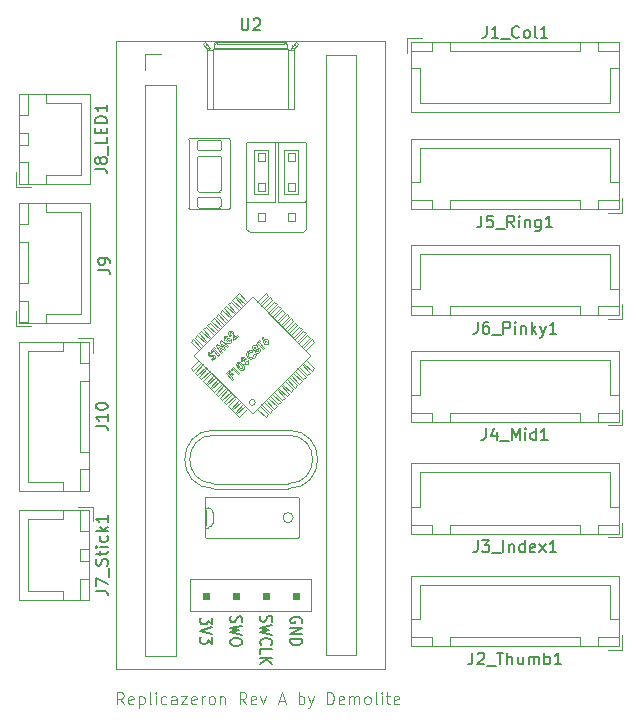
<source format=gbr>
%TF.GenerationSoftware,KiCad,Pcbnew,9.0.5*%
%TF.CreationDate,2026-01-17T00:35:45+01:00*%
%TF.ProjectId,replicazeron_stm,7265706c-6963-4617-9a65-726f6e5f7374,rev?*%
%TF.SameCoordinates,Original*%
%TF.FileFunction,Legend,Top*%
%TF.FilePolarity,Positive*%
%FSLAX46Y46*%
G04 Gerber Fmt 4.6, Leading zero omitted, Abs format (unit mm)*
G04 Created by KiCad (PCBNEW 9.0.5) date 2026-01-17 00:35:45*
%MOMM*%
%LPD*%
G01*
G04 APERTURE LIST*
%ADD10C,0.100000*%
%ADD11C,0.150000*%
%ADD12C,0.120000*%
G04 APERTURE END LIST*
D10*
X78375312Y-96372419D02*
X78041979Y-95896228D01*
X77803884Y-96372419D02*
X77803884Y-95372419D01*
X77803884Y-95372419D02*
X78184836Y-95372419D01*
X78184836Y-95372419D02*
X78280074Y-95420038D01*
X78280074Y-95420038D02*
X78327693Y-95467657D01*
X78327693Y-95467657D02*
X78375312Y-95562895D01*
X78375312Y-95562895D02*
X78375312Y-95705752D01*
X78375312Y-95705752D02*
X78327693Y-95800990D01*
X78327693Y-95800990D02*
X78280074Y-95848609D01*
X78280074Y-95848609D02*
X78184836Y-95896228D01*
X78184836Y-95896228D02*
X77803884Y-95896228D01*
X79184836Y-96324800D02*
X79089598Y-96372419D01*
X79089598Y-96372419D02*
X78899122Y-96372419D01*
X78899122Y-96372419D02*
X78803884Y-96324800D01*
X78803884Y-96324800D02*
X78756265Y-96229561D01*
X78756265Y-96229561D02*
X78756265Y-95848609D01*
X78756265Y-95848609D02*
X78803884Y-95753371D01*
X78803884Y-95753371D02*
X78899122Y-95705752D01*
X78899122Y-95705752D02*
X79089598Y-95705752D01*
X79089598Y-95705752D02*
X79184836Y-95753371D01*
X79184836Y-95753371D02*
X79232455Y-95848609D01*
X79232455Y-95848609D02*
X79232455Y-95943847D01*
X79232455Y-95943847D02*
X78756265Y-96039085D01*
X79661027Y-95705752D02*
X79661027Y-96705752D01*
X79661027Y-95753371D02*
X79756265Y-95705752D01*
X79756265Y-95705752D02*
X79946741Y-95705752D01*
X79946741Y-95705752D02*
X80041979Y-95753371D01*
X80041979Y-95753371D02*
X80089598Y-95800990D01*
X80089598Y-95800990D02*
X80137217Y-95896228D01*
X80137217Y-95896228D02*
X80137217Y-96181942D01*
X80137217Y-96181942D02*
X80089598Y-96277180D01*
X80089598Y-96277180D02*
X80041979Y-96324800D01*
X80041979Y-96324800D02*
X79946741Y-96372419D01*
X79946741Y-96372419D02*
X79756265Y-96372419D01*
X79756265Y-96372419D02*
X79661027Y-96324800D01*
X80708646Y-96372419D02*
X80613408Y-96324800D01*
X80613408Y-96324800D02*
X80565789Y-96229561D01*
X80565789Y-96229561D02*
X80565789Y-95372419D01*
X81089599Y-96372419D02*
X81089599Y-95705752D01*
X81089599Y-95372419D02*
X81041980Y-95420038D01*
X81041980Y-95420038D02*
X81089599Y-95467657D01*
X81089599Y-95467657D02*
X81137218Y-95420038D01*
X81137218Y-95420038D02*
X81089599Y-95372419D01*
X81089599Y-95372419D02*
X81089599Y-95467657D01*
X81994360Y-96324800D02*
X81899122Y-96372419D01*
X81899122Y-96372419D02*
X81708646Y-96372419D01*
X81708646Y-96372419D02*
X81613408Y-96324800D01*
X81613408Y-96324800D02*
X81565789Y-96277180D01*
X81565789Y-96277180D02*
X81518170Y-96181942D01*
X81518170Y-96181942D02*
X81518170Y-95896228D01*
X81518170Y-95896228D02*
X81565789Y-95800990D01*
X81565789Y-95800990D02*
X81613408Y-95753371D01*
X81613408Y-95753371D02*
X81708646Y-95705752D01*
X81708646Y-95705752D02*
X81899122Y-95705752D01*
X81899122Y-95705752D02*
X81994360Y-95753371D01*
X82851503Y-96372419D02*
X82851503Y-95848609D01*
X82851503Y-95848609D02*
X82803884Y-95753371D01*
X82803884Y-95753371D02*
X82708646Y-95705752D01*
X82708646Y-95705752D02*
X82518170Y-95705752D01*
X82518170Y-95705752D02*
X82422932Y-95753371D01*
X82851503Y-96324800D02*
X82756265Y-96372419D01*
X82756265Y-96372419D02*
X82518170Y-96372419D01*
X82518170Y-96372419D02*
X82422932Y-96324800D01*
X82422932Y-96324800D02*
X82375313Y-96229561D01*
X82375313Y-96229561D02*
X82375313Y-96134323D01*
X82375313Y-96134323D02*
X82422932Y-96039085D01*
X82422932Y-96039085D02*
X82518170Y-95991466D01*
X82518170Y-95991466D02*
X82756265Y-95991466D01*
X82756265Y-95991466D02*
X82851503Y-95943847D01*
X83232456Y-95705752D02*
X83756265Y-95705752D01*
X83756265Y-95705752D02*
X83232456Y-96372419D01*
X83232456Y-96372419D02*
X83756265Y-96372419D01*
X84518170Y-96324800D02*
X84422932Y-96372419D01*
X84422932Y-96372419D02*
X84232456Y-96372419D01*
X84232456Y-96372419D02*
X84137218Y-96324800D01*
X84137218Y-96324800D02*
X84089599Y-96229561D01*
X84089599Y-96229561D02*
X84089599Y-95848609D01*
X84089599Y-95848609D02*
X84137218Y-95753371D01*
X84137218Y-95753371D02*
X84232456Y-95705752D01*
X84232456Y-95705752D02*
X84422932Y-95705752D01*
X84422932Y-95705752D02*
X84518170Y-95753371D01*
X84518170Y-95753371D02*
X84565789Y-95848609D01*
X84565789Y-95848609D02*
X84565789Y-95943847D01*
X84565789Y-95943847D02*
X84089599Y-96039085D01*
X84994361Y-96372419D02*
X84994361Y-95705752D01*
X84994361Y-95896228D02*
X85041980Y-95800990D01*
X85041980Y-95800990D02*
X85089599Y-95753371D01*
X85089599Y-95753371D02*
X85184837Y-95705752D01*
X85184837Y-95705752D02*
X85280075Y-95705752D01*
X85756266Y-96372419D02*
X85661028Y-96324800D01*
X85661028Y-96324800D02*
X85613409Y-96277180D01*
X85613409Y-96277180D02*
X85565790Y-96181942D01*
X85565790Y-96181942D02*
X85565790Y-95896228D01*
X85565790Y-95896228D02*
X85613409Y-95800990D01*
X85613409Y-95800990D02*
X85661028Y-95753371D01*
X85661028Y-95753371D02*
X85756266Y-95705752D01*
X85756266Y-95705752D02*
X85899123Y-95705752D01*
X85899123Y-95705752D02*
X85994361Y-95753371D01*
X85994361Y-95753371D02*
X86041980Y-95800990D01*
X86041980Y-95800990D02*
X86089599Y-95896228D01*
X86089599Y-95896228D02*
X86089599Y-96181942D01*
X86089599Y-96181942D02*
X86041980Y-96277180D01*
X86041980Y-96277180D02*
X85994361Y-96324800D01*
X85994361Y-96324800D02*
X85899123Y-96372419D01*
X85899123Y-96372419D02*
X85756266Y-96372419D01*
X86518171Y-95705752D02*
X86518171Y-96372419D01*
X86518171Y-95800990D02*
X86565790Y-95753371D01*
X86565790Y-95753371D02*
X86661028Y-95705752D01*
X86661028Y-95705752D02*
X86803885Y-95705752D01*
X86803885Y-95705752D02*
X86899123Y-95753371D01*
X86899123Y-95753371D02*
X86946742Y-95848609D01*
X86946742Y-95848609D02*
X86946742Y-96372419D01*
X88756266Y-96372419D02*
X88422933Y-95896228D01*
X88184838Y-96372419D02*
X88184838Y-95372419D01*
X88184838Y-95372419D02*
X88565790Y-95372419D01*
X88565790Y-95372419D02*
X88661028Y-95420038D01*
X88661028Y-95420038D02*
X88708647Y-95467657D01*
X88708647Y-95467657D02*
X88756266Y-95562895D01*
X88756266Y-95562895D02*
X88756266Y-95705752D01*
X88756266Y-95705752D02*
X88708647Y-95800990D01*
X88708647Y-95800990D02*
X88661028Y-95848609D01*
X88661028Y-95848609D02*
X88565790Y-95896228D01*
X88565790Y-95896228D02*
X88184838Y-95896228D01*
X89565790Y-96324800D02*
X89470552Y-96372419D01*
X89470552Y-96372419D02*
X89280076Y-96372419D01*
X89280076Y-96372419D02*
X89184838Y-96324800D01*
X89184838Y-96324800D02*
X89137219Y-96229561D01*
X89137219Y-96229561D02*
X89137219Y-95848609D01*
X89137219Y-95848609D02*
X89184838Y-95753371D01*
X89184838Y-95753371D02*
X89280076Y-95705752D01*
X89280076Y-95705752D02*
X89470552Y-95705752D01*
X89470552Y-95705752D02*
X89565790Y-95753371D01*
X89565790Y-95753371D02*
X89613409Y-95848609D01*
X89613409Y-95848609D02*
X89613409Y-95943847D01*
X89613409Y-95943847D02*
X89137219Y-96039085D01*
X89946743Y-95705752D02*
X90184838Y-96372419D01*
X90184838Y-96372419D02*
X90422933Y-95705752D01*
X91518172Y-96086704D02*
X91994362Y-96086704D01*
X91422934Y-96372419D02*
X91756267Y-95372419D01*
X91756267Y-95372419D02*
X92089600Y-96372419D01*
X93184839Y-96372419D02*
X93184839Y-95372419D01*
X93184839Y-95753371D02*
X93280077Y-95705752D01*
X93280077Y-95705752D02*
X93470553Y-95705752D01*
X93470553Y-95705752D02*
X93565791Y-95753371D01*
X93565791Y-95753371D02*
X93613410Y-95800990D01*
X93613410Y-95800990D02*
X93661029Y-95896228D01*
X93661029Y-95896228D02*
X93661029Y-96181942D01*
X93661029Y-96181942D02*
X93613410Y-96277180D01*
X93613410Y-96277180D02*
X93565791Y-96324800D01*
X93565791Y-96324800D02*
X93470553Y-96372419D01*
X93470553Y-96372419D02*
X93280077Y-96372419D01*
X93280077Y-96372419D02*
X93184839Y-96324800D01*
X93994363Y-95705752D02*
X94232458Y-96372419D01*
X94470553Y-95705752D02*
X94232458Y-96372419D01*
X94232458Y-96372419D02*
X94137220Y-96610514D01*
X94137220Y-96610514D02*
X94089601Y-96658133D01*
X94089601Y-96658133D02*
X93994363Y-96705752D01*
X95613411Y-96372419D02*
X95613411Y-95372419D01*
X95613411Y-95372419D02*
X95851506Y-95372419D01*
X95851506Y-95372419D02*
X95994363Y-95420038D01*
X95994363Y-95420038D02*
X96089601Y-95515276D01*
X96089601Y-95515276D02*
X96137220Y-95610514D01*
X96137220Y-95610514D02*
X96184839Y-95800990D01*
X96184839Y-95800990D02*
X96184839Y-95943847D01*
X96184839Y-95943847D02*
X96137220Y-96134323D01*
X96137220Y-96134323D02*
X96089601Y-96229561D01*
X96089601Y-96229561D02*
X95994363Y-96324800D01*
X95994363Y-96324800D02*
X95851506Y-96372419D01*
X95851506Y-96372419D02*
X95613411Y-96372419D01*
X96994363Y-96324800D02*
X96899125Y-96372419D01*
X96899125Y-96372419D02*
X96708649Y-96372419D01*
X96708649Y-96372419D02*
X96613411Y-96324800D01*
X96613411Y-96324800D02*
X96565792Y-96229561D01*
X96565792Y-96229561D02*
X96565792Y-95848609D01*
X96565792Y-95848609D02*
X96613411Y-95753371D01*
X96613411Y-95753371D02*
X96708649Y-95705752D01*
X96708649Y-95705752D02*
X96899125Y-95705752D01*
X96899125Y-95705752D02*
X96994363Y-95753371D01*
X96994363Y-95753371D02*
X97041982Y-95848609D01*
X97041982Y-95848609D02*
X97041982Y-95943847D01*
X97041982Y-95943847D02*
X96565792Y-96039085D01*
X97470554Y-96372419D02*
X97470554Y-95705752D01*
X97470554Y-95800990D02*
X97518173Y-95753371D01*
X97518173Y-95753371D02*
X97613411Y-95705752D01*
X97613411Y-95705752D02*
X97756268Y-95705752D01*
X97756268Y-95705752D02*
X97851506Y-95753371D01*
X97851506Y-95753371D02*
X97899125Y-95848609D01*
X97899125Y-95848609D02*
X97899125Y-96372419D01*
X97899125Y-95848609D02*
X97946744Y-95753371D01*
X97946744Y-95753371D02*
X98041982Y-95705752D01*
X98041982Y-95705752D02*
X98184839Y-95705752D01*
X98184839Y-95705752D02*
X98280078Y-95753371D01*
X98280078Y-95753371D02*
X98327697Y-95848609D01*
X98327697Y-95848609D02*
X98327697Y-96372419D01*
X98946744Y-96372419D02*
X98851506Y-96324800D01*
X98851506Y-96324800D02*
X98803887Y-96277180D01*
X98803887Y-96277180D02*
X98756268Y-96181942D01*
X98756268Y-96181942D02*
X98756268Y-95896228D01*
X98756268Y-95896228D02*
X98803887Y-95800990D01*
X98803887Y-95800990D02*
X98851506Y-95753371D01*
X98851506Y-95753371D02*
X98946744Y-95705752D01*
X98946744Y-95705752D02*
X99089601Y-95705752D01*
X99089601Y-95705752D02*
X99184839Y-95753371D01*
X99184839Y-95753371D02*
X99232458Y-95800990D01*
X99232458Y-95800990D02*
X99280077Y-95896228D01*
X99280077Y-95896228D02*
X99280077Y-96181942D01*
X99280077Y-96181942D02*
X99232458Y-96277180D01*
X99232458Y-96277180D02*
X99184839Y-96324800D01*
X99184839Y-96324800D02*
X99089601Y-96372419D01*
X99089601Y-96372419D02*
X98946744Y-96372419D01*
X99851506Y-96372419D02*
X99756268Y-96324800D01*
X99756268Y-96324800D02*
X99708649Y-96229561D01*
X99708649Y-96229561D02*
X99708649Y-95372419D01*
X100232459Y-96372419D02*
X100232459Y-95705752D01*
X100232459Y-95372419D02*
X100184840Y-95420038D01*
X100184840Y-95420038D02*
X100232459Y-95467657D01*
X100232459Y-95467657D02*
X100280078Y-95420038D01*
X100280078Y-95420038D02*
X100232459Y-95372419D01*
X100232459Y-95372419D02*
X100232459Y-95467657D01*
X100565792Y-95705752D02*
X100946744Y-95705752D01*
X100708649Y-95372419D02*
X100708649Y-96229561D01*
X100708649Y-96229561D02*
X100756268Y-96324800D01*
X100756268Y-96324800D02*
X100851506Y-96372419D01*
X100851506Y-96372419D02*
X100946744Y-96372419D01*
X101661030Y-96324800D02*
X101565792Y-96372419D01*
X101565792Y-96372419D02*
X101375316Y-96372419D01*
X101375316Y-96372419D02*
X101280078Y-96324800D01*
X101280078Y-96324800D02*
X101232459Y-96229561D01*
X101232459Y-96229561D02*
X101232459Y-95848609D01*
X101232459Y-95848609D02*
X101280078Y-95753371D01*
X101280078Y-95753371D02*
X101375316Y-95705752D01*
X101375316Y-95705752D02*
X101565792Y-95705752D01*
X101565792Y-95705752D02*
X101661030Y-95753371D01*
X101661030Y-95753371D02*
X101708649Y-95848609D01*
X101708649Y-95848609D02*
X101708649Y-95943847D01*
X101708649Y-95943847D02*
X101232459Y-96039085D01*
D11*
X76004819Y-86773809D02*
X76719104Y-86773809D01*
X76719104Y-86773809D02*
X76861961Y-86821428D01*
X76861961Y-86821428D02*
X76957200Y-86916666D01*
X76957200Y-86916666D02*
X77004819Y-87059523D01*
X77004819Y-87059523D02*
X77004819Y-87154761D01*
X76004819Y-86392856D02*
X76004819Y-85726190D01*
X76004819Y-85726190D02*
X77004819Y-86154761D01*
X77100057Y-85583333D02*
X77100057Y-84821428D01*
X76957200Y-84630951D02*
X77004819Y-84488094D01*
X77004819Y-84488094D02*
X77004819Y-84249999D01*
X77004819Y-84249999D02*
X76957200Y-84154761D01*
X76957200Y-84154761D02*
X76909580Y-84107142D01*
X76909580Y-84107142D02*
X76814342Y-84059523D01*
X76814342Y-84059523D02*
X76719104Y-84059523D01*
X76719104Y-84059523D02*
X76623866Y-84107142D01*
X76623866Y-84107142D02*
X76576247Y-84154761D01*
X76576247Y-84154761D02*
X76528628Y-84249999D01*
X76528628Y-84249999D02*
X76481009Y-84440475D01*
X76481009Y-84440475D02*
X76433390Y-84535713D01*
X76433390Y-84535713D02*
X76385771Y-84583332D01*
X76385771Y-84583332D02*
X76290533Y-84630951D01*
X76290533Y-84630951D02*
X76195295Y-84630951D01*
X76195295Y-84630951D02*
X76100057Y-84583332D01*
X76100057Y-84583332D02*
X76052438Y-84535713D01*
X76052438Y-84535713D02*
X76004819Y-84440475D01*
X76004819Y-84440475D02*
X76004819Y-84202380D01*
X76004819Y-84202380D02*
X76052438Y-84059523D01*
X76338152Y-83773808D02*
X76338152Y-83392856D01*
X76004819Y-83630951D02*
X76861961Y-83630951D01*
X76861961Y-83630951D02*
X76957200Y-83583332D01*
X76957200Y-83583332D02*
X77004819Y-83488094D01*
X77004819Y-83488094D02*
X77004819Y-83392856D01*
X77004819Y-83059522D02*
X76338152Y-83059522D01*
X76004819Y-83059522D02*
X76052438Y-83107141D01*
X76052438Y-83107141D02*
X76100057Y-83059522D01*
X76100057Y-83059522D02*
X76052438Y-83011903D01*
X76052438Y-83011903D02*
X76004819Y-83059522D01*
X76004819Y-83059522D02*
X76100057Y-83059522D01*
X76957200Y-82154761D02*
X77004819Y-82249999D01*
X77004819Y-82249999D02*
X77004819Y-82440475D01*
X77004819Y-82440475D02*
X76957200Y-82535713D01*
X76957200Y-82535713D02*
X76909580Y-82583332D01*
X76909580Y-82583332D02*
X76814342Y-82630951D01*
X76814342Y-82630951D02*
X76528628Y-82630951D01*
X76528628Y-82630951D02*
X76433390Y-82583332D01*
X76433390Y-82583332D02*
X76385771Y-82535713D01*
X76385771Y-82535713D02*
X76338152Y-82440475D01*
X76338152Y-82440475D02*
X76338152Y-82249999D01*
X76338152Y-82249999D02*
X76385771Y-82154761D01*
X77004819Y-81726189D02*
X76004819Y-81726189D01*
X76623866Y-81630951D02*
X77004819Y-81345237D01*
X76338152Y-81345237D02*
X76719104Y-81726189D01*
X77004819Y-80392856D02*
X77004819Y-80964284D01*
X77004819Y-80678570D02*
X76004819Y-80678570D01*
X76004819Y-80678570D02*
X76147676Y-80773808D01*
X76147676Y-80773808D02*
X76242914Y-80869046D01*
X76242914Y-80869046D02*
X76290533Y-80964284D01*
X75954819Y-51047619D02*
X76669104Y-51047619D01*
X76669104Y-51047619D02*
X76811961Y-51095238D01*
X76811961Y-51095238D02*
X76907200Y-51190476D01*
X76907200Y-51190476D02*
X76954819Y-51333333D01*
X76954819Y-51333333D02*
X76954819Y-51428571D01*
X76383390Y-50428571D02*
X76335771Y-50523809D01*
X76335771Y-50523809D02*
X76288152Y-50571428D01*
X76288152Y-50571428D02*
X76192914Y-50619047D01*
X76192914Y-50619047D02*
X76145295Y-50619047D01*
X76145295Y-50619047D02*
X76050057Y-50571428D01*
X76050057Y-50571428D02*
X76002438Y-50523809D01*
X76002438Y-50523809D02*
X75954819Y-50428571D01*
X75954819Y-50428571D02*
X75954819Y-50238095D01*
X75954819Y-50238095D02*
X76002438Y-50142857D01*
X76002438Y-50142857D02*
X76050057Y-50095238D01*
X76050057Y-50095238D02*
X76145295Y-50047619D01*
X76145295Y-50047619D02*
X76192914Y-50047619D01*
X76192914Y-50047619D02*
X76288152Y-50095238D01*
X76288152Y-50095238D02*
X76335771Y-50142857D01*
X76335771Y-50142857D02*
X76383390Y-50238095D01*
X76383390Y-50238095D02*
X76383390Y-50428571D01*
X76383390Y-50428571D02*
X76431009Y-50523809D01*
X76431009Y-50523809D02*
X76478628Y-50571428D01*
X76478628Y-50571428D02*
X76573866Y-50619047D01*
X76573866Y-50619047D02*
X76764342Y-50619047D01*
X76764342Y-50619047D02*
X76859580Y-50571428D01*
X76859580Y-50571428D02*
X76907200Y-50523809D01*
X76907200Y-50523809D02*
X76954819Y-50428571D01*
X76954819Y-50428571D02*
X76954819Y-50238095D01*
X76954819Y-50238095D02*
X76907200Y-50142857D01*
X76907200Y-50142857D02*
X76859580Y-50095238D01*
X76859580Y-50095238D02*
X76764342Y-50047619D01*
X76764342Y-50047619D02*
X76573866Y-50047619D01*
X76573866Y-50047619D02*
X76478628Y-50095238D01*
X76478628Y-50095238D02*
X76431009Y-50142857D01*
X76431009Y-50142857D02*
X76383390Y-50238095D01*
X77050057Y-49857143D02*
X77050057Y-49095238D01*
X76954819Y-48380952D02*
X76954819Y-48857142D01*
X76954819Y-48857142D02*
X75954819Y-48857142D01*
X76431009Y-48047618D02*
X76431009Y-47714285D01*
X76954819Y-47571428D02*
X76954819Y-48047618D01*
X76954819Y-48047618D02*
X75954819Y-48047618D01*
X75954819Y-48047618D02*
X75954819Y-47571428D01*
X76954819Y-47142856D02*
X75954819Y-47142856D01*
X75954819Y-47142856D02*
X75954819Y-46904761D01*
X75954819Y-46904761D02*
X76002438Y-46761904D01*
X76002438Y-46761904D02*
X76097676Y-46666666D01*
X76097676Y-46666666D02*
X76192914Y-46619047D01*
X76192914Y-46619047D02*
X76383390Y-46571428D01*
X76383390Y-46571428D02*
X76526247Y-46571428D01*
X76526247Y-46571428D02*
X76716723Y-46619047D01*
X76716723Y-46619047D02*
X76811961Y-46666666D01*
X76811961Y-46666666D02*
X76907200Y-46761904D01*
X76907200Y-46761904D02*
X76954819Y-46904761D01*
X76954819Y-46904761D02*
X76954819Y-47142856D01*
X76954819Y-45619047D02*
X76954819Y-46190475D01*
X76954819Y-45904761D02*
X75954819Y-45904761D01*
X75954819Y-45904761D02*
X76097676Y-45999999D01*
X76097676Y-45999999D02*
X76192914Y-46095237D01*
X76192914Y-46095237D02*
X76240533Y-46190475D01*
X108666666Y-55004819D02*
X108666666Y-55719104D01*
X108666666Y-55719104D02*
X108619047Y-55861961D01*
X108619047Y-55861961D02*
X108523809Y-55957200D01*
X108523809Y-55957200D02*
X108380952Y-56004819D01*
X108380952Y-56004819D02*
X108285714Y-56004819D01*
X109619047Y-55004819D02*
X109142857Y-55004819D01*
X109142857Y-55004819D02*
X109095238Y-55481009D01*
X109095238Y-55481009D02*
X109142857Y-55433390D01*
X109142857Y-55433390D02*
X109238095Y-55385771D01*
X109238095Y-55385771D02*
X109476190Y-55385771D01*
X109476190Y-55385771D02*
X109571428Y-55433390D01*
X109571428Y-55433390D02*
X109619047Y-55481009D01*
X109619047Y-55481009D02*
X109666666Y-55576247D01*
X109666666Y-55576247D02*
X109666666Y-55814342D01*
X109666666Y-55814342D02*
X109619047Y-55909580D01*
X109619047Y-55909580D02*
X109571428Y-55957200D01*
X109571428Y-55957200D02*
X109476190Y-56004819D01*
X109476190Y-56004819D02*
X109238095Y-56004819D01*
X109238095Y-56004819D02*
X109142857Y-55957200D01*
X109142857Y-55957200D02*
X109095238Y-55909580D01*
X109857143Y-56100057D02*
X110619047Y-56100057D01*
X111428571Y-56004819D02*
X111095238Y-55528628D01*
X110857143Y-56004819D02*
X110857143Y-55004819D01*
X110857143Y-55004819D02*
X111238095Y-55004819D01*
X111238095Y-55004819D02*
X111333333Y-55052438D01*
X111333333Y-55052438D02*
X111380952Y-55100057D01*
X111380952Y-55100057D02*
X111428571Y-55195295D01*
X111428571Y-55195295D02*
X111428571Y-55338152D01*
X111428571Y-55338152D02*
X111380952Y-55433390D01*
X111380952Y-55433390D02*
X111333333Y-55481009D01*
X111333333Y-55481009D02*
X111238095Y-55528628D01*
X111238095Y-55528628D02*
X110857143Y-55528628D01*
X111857143Y-56004819D02*
X111857143Y-55338152D01*
X111857143Y-55004819D02*
X111809524Y-55052438D01*
X111809524Y-55052438D02*
X111857143Y-55100057D01*
X111857143Y-55100057D02*
X111904762Y-55052438D01*
X111904762Y-55052438D02*
X111857143Y-55004819D01*
X111857143Y-55004819D02*
X111857143Y-55100057D01*
X112333333Y-55338152D02*
X112333333Y-56004819D01*
X112333333Y-55433390D02*
X112380952Y-55385771D01*
X112380952Y-55385771D02*
X112476190Y-55338152D01*
X112476190Y-55338152D02*
X112619047Y-55338152D01*
X112619047Y-55338152D02*
X112714285Y-55385771D01*
X112714285Y-55385771D02*
X112761904Y-55481009D01*
X112761904Y-55481009D02*
X112761904Y-56004819D01*
X113666666Y-55338152D02*
X113666666Y-56147676D01*
X113666666Y-56147676D02*
X113619047Y-56242914D01*
X113619047Y-56242914D02*
X113571428Y-56290533D01*
X113571428Y-56290533D02*
X113476190Y-56338152D01*
X113476190Y-56338152D02*
X113333333Y-56338152D01*
X113333333Y-56338152D02*
X113238095Y-56290533D01*
X113666666Y-55957200D02*
X113571428Y-56004819D01*
X113571428Y-56004819D02*
X113380952Y-56004819D01*
X113380952Y-56004819D02*
X113285714Y-55957200D01*
X113285714Y-55957200D02*
X113238095Y-55909580D01*
X113238095Y-55909580D02*
X113190476Y-55814342D01*
X113190476Y-55814342D02*
X113190476Y-55528628D01*
X113190476Y-55528628D02*
X113238095Y-55433390D01*
X113238095Y-55433390D02*
X113285714Y-55385771D01*
X113285714Y-55385771D02*
X113380952Y-55338152D01*
X113380952Y-55338152D02*
X113571428Y-55338152D01*
X113571428Y-55338152D02*
X113666666Y-55385771D01*
X114666666Y-56004819D02*
X114095238Y-56004819D01*
X114380952Y-56004819D02*
X114380952Y-55004819D01*
X114380952Y-55004819D02*
X114285714Y-55147676D01*
X114285714Y-55147676D02*
X114190476Y-55242914D01*
X114190476Y-55242914D02*
X114095238Y-55290533D01*
X76004819Y-72809523D02*
X76719104Y-72809523D01*
X76719104Y-72809523D02*
X76861961Y-72857142D01*
X76861961Y-72857142D02*
X76957200Y-72952380D01*
X76957200Y-72952380D02*
X77004819Y-73095237D01*
X77004819Y-73095237D02*
X77004819Y-73190475D01*
X77004819Y-71809523D02*
X77004819Y-72380951D01*
X77004819Y-72095237D02*
X76004819Y-72095237D01*
X76004819Y-72095237D02*
X76147676Y-72190475D01*
X76147676Y-72190475D02*
X76242914Y-72285713D01*
X76242914Y-72285713D02*
X76290533Y-72380951D01*
X76004819Y-71190475D02*
X76004819Y-71095237D01*
X76004819Y-71095237D02*
X76052438Y-70999999D01*
X76052438Y-70999999D02*
X76100057Y-70952380D01*
X76100057Y-70952380D02*
X76195295Y-70904761D01*
X76195295Y-70904761D02*
X76385771Y-70857142D01*
X76385771Y-70857142D02*
X76623866Y-70857142D01*
X76623866Y-70857142D02*
X76814342Y-70904761D01*
X76814342Y-70904761D02*
X76909580Y-70952380D01*
X76909580Y-70952380D02*
X76957200Y-70999999D01*
X76957200Y-70999999D02*
X77004819Y-71095237D01*
X77004819Y-71095237D02*
X77004819Y-71190475D01*
X77004819Y-71190475D02*
X76957200Y-71285713D01*
X76957200Y-71285713D02*
X76909580Y-71333332D01*
X76909580Y-71333332D02*
X76814342Y-71380951D01*
X76814342Y-71380951D02*
X76623866Y-71428570D01*
X76623866Y-71428570D02*
X76385771Y-71428570D01*
X76385771Y-71428570D02*
X76195295Y-71380951D01*
X76195295Y-71380951D02*
X76100057Y-71333332D01*
X76100057Y-71333332D02*
X76052438Y-71285713D01*
X76052438Y-71285713D02*
X76004819Y-71190475D01*
X108333333Y-64004819D02*
X108333333Y-64719104D01*
X108333333Y-64719104D02*
X108285714Y-64861961D01*
X108285714Y-64861961D02*
X108190476Y-64957200D01*
X108190476Y-64957200D02*
X108047619Y-65004819D01*
X108047619Y-65004819D02*
X107952381Y-65004819D01*
X109238095Y-64004819D02*
X109047619Y-64004819D01*
X109047619Y-64004819D02*
X108952381Y-64052438D01*
X108952381Y-64052438D02*
X108904762Y-64100057D01*
X108904762Y-64100057D02*
X108809524Y-64242914D01*
X108809524Y-64242914D02*
X108761905Y-64433390D01*
X108761905Y-64433390D02*
X108761905Y-64814342D01*
X108761905Y-64814342D02*
X108809524Y-64909580D01*
X108809524Y-64909580D02*
X108857143Y-64957200D01*
X108857143Y-64957200D02*
X108952381Y-65004819D01*
X108952381Y-65004819D02*
X109142857Y-65004819D01*
X109142857Y-65004819D02*
X109238095Y-64957200D01*
X109238095Y-64957200D02*
X109285714Y-64909580D01*
X109285714Y-64909580D02*
X109333333Y-64814342D01*
X109333333Y-64814342D02*
X109333333Y-64576247D01*
X109333333Y-64576247D02*
X109285714Y-64481009D01*
X109285714Y-64481009D02*
X109238095Y-64433390D01*
X109238095Y-64433390D02*
X109142857Y-64385771D01*
X109142857Y-64385771D02*
X108952381Y-64385771D01*
X108952381Y-64385771D02*
X108857143Y-64433390D01*
X108857143Y-64433390D02*
X108809524Y-64481009D01*
X108809524Y-64481009D02*
X108761905Y-64576247D01*
X109523810Y-65100057D02*
X110285714Y-65100057D01*
X110523810Y-65004819D02*
X110523810Y-64004819D01*
X110523810Y-64004819D02*
X110904762Y-64004819D01*
X110904762Y-64004819D02*
X111000000Y-64052438D01*
X111000000Y-64052438D02*
X111047619Y-64100057D01*
X111047619Y-64100057D02*
X111095238Y-64195295D01*
X111095238Y-64195295D02*
X111095238Y-64338152D01*
X111095238Y-64338152D02*
X111047619Y-64433390D01*
X111047619Y-64433390D02*
X111000000Y-64481009D01*
X111000000Y-64481009D02*
X110904762Y-64528628D01*
X110904762Y-64528628D02*
X110523810Y-64528628D01*
X111523810Y-65004819D02*
X111523810Y-64338152D01*
X111523810Y-64004819D02*
X111476191Y-64052438D01*
X111476191Y-64052438D02*
X111523810Y-64100057D01*
X111523810Y-64100057D02*
X111571429Y-64052438D01*
X111571429Y-64052438D02*
X111523810Y-64004819D01*
X111523810Y-64004819D02*
X111523810Y-64100057D01*
X112000000Y-64338152D02*
X112000000Y-65004819D01*
X112000000Y-64433390D02*
X112047619Y-64385771D01*
X112047619Y-64385771D02*
X112142857Y-64338152D01*
X112142857Y-64338152D02*
X112285714Y-64338152D01*
X112285714Y-64338152D02*
X112380952Y-64385771D01*
X112380952Y-64385771D02*
X112428571Y-64481009D01*
X112428571Y-64481009D02*
X112428571Y-65004819D01*
X112904762Y-65004819D02*
X112904762Y-64004819D01*
X113000000Y-64623866D02*
X113285714Y-65004819D01*
X113285714Y-64338152D02*
X112904762Y-64719104D01*
X113619048Y-64338152D02*
X113857143Y-65004819D01*
X114095238Y-64338152D02*
X113857143Y-65004819D01*
X113857143Y-65004819D02*
X113761905Y-65242914D01*
X113761905Y-65242914D02*
X113714286Y-65290533D01*
X113714286Y-65290533D02*
X113619048Y-65338152D01*
X115000000Y-65004819D02*
X114428572Y-65004819D01*
X114714286Y-65004819D02*
X114714286Y-64004819D01*
X114714286Y-64004819D02*
X114619048Y-64147676D01*
X114619048Y-64147676D02*
X114523810Y-64242914D01*
X114523810Y-64242914D02*
X114428572Y-64290533D01*
X109095237Y-38954819D02*
X109095237Y-39669104D01*
X109095237Y-39669104D02*
X109047618Y-39811961D01*
X109047618Y-39811961D02*
X108952380Y-39907200D01*
X108952380Y-39907200D02*
X108809523Y-39954819D01*
X108809523Y-39954819D02*
X108714285Y-39954819D01*
X110095237Y-39954819D02*
X109523809Y-39954819D01*
X109809523Y-39954819D02*
X109809523Y-38954819D01*
X109809523Y-38954819D02*
X109714285Y-39097676D01*
X109714285Y-39097676D02*
X109619047Y-39192914D01*
X109619047Y-39192914D02*
X109523809Y-39240533D01*
X110285714Y-40050057D02*
X111047618Y-40050057D01*
X111857142Y-39859580D02*
X111809523Y-39907200D01*
X111809523Y-39907200D02*
X111666666Y-39954819D01*
X111666666Y-39954819D02*
X111571428Y-39954819D01*
X111571428Y-39954819D02*
X111428571Y-39907200D01*
X111428571Y-39907200D02*
X111333333Y-39811961D01*
X111333333Y-39811961D02*
X111285714Y-39716723D01*
X111285714Y-39716723D02*
X111238095Y-39526247D01*
X111238095Y-39526247D02*
X111238095Y-39383390D01*
X111238095Y-39383390D02*
X111285714Y-39192914D01*
X111285714Y-39192914D02*
X111333333Y-39097676D01*
X111333333Y-39097676D02*
X111428571Y-39002438D01*
X111428571Y-39002438D02*
X111571428Y-38954819D01*
X111571428Y-38954819D02*
X111666666Y-38954819D01*
X111666666Y-38954819D02*
X111809523Y-39002438D01*
X111809523Y-39002438D02*
X111857142Y-39050057D01*
X112428571Y-39954819D02*
X112333333Y-39907200D01*
X112333333Y-39907200D02*
X112285714Y-39859580D01*
X112285714Y-39859580D02*
X112238095Y-39764342D01*
X112238095Y-39764342D02*
X112238095Y-39478628D01*
X112238095Y-39478628D02*
X112285714Y-39383390D01*
X112285714Y-39383390D02*
X112333333Y-39335771D01*
X112333333Y-39335771D02*
X112428571Y-39288152D01*
X112428571Y-39288152D02*
X112571428Y-39288152D01*
X112571428Y-39288152D02*
X112666666Y-39335771D01*
X112666666Y-39335771D02*
X112714285Y-39383390D01*
X112714285Y-39383390D02*
X112761904Y-39478628D01*
X112761904Y-39478628D02*
X112761904Y-39764342D01*
X112761904Y-39764342D02*
X112714285Y-39859580D01*
X112714285Y-39859580D02*
X112666666Y-39907200D01*
X112666666Y-39907200D02*
X112571428Y-39954819D01*
X112571428Y-39954819D02*
X112428571Y-39954819D01*
X113333333Y-39954819D02*
X113238095Y-39907200D01*
X113238095Y-39907200D02*
X113190476Y-39811961D01*
X113190476Y-39811961D02*
X113190476Y-38954819D01*
X114238095Y-39954819D02*
X113666667Y-39954819D01*
X113952381Y-39954819D02*
X113952381Y-38954819D01*
X113952381Y-38954819D02*
X113857143Y-39097676D01*
X113857143Y-39097676D02*
X113761905Y-39192914D01*
X113761905Y-39192914D02*
X113666667Y-39240533D01*
X108333333Y-82504819D02*
X108333333Y-83219104D01*
X108333333Y-83219104D02*
X108285714Y-83361961D01*
X108285714Y-83361961D02*
X108190476Y-83457200D01*
X108190476Y-83457200D02*
X108047619Y-83504819D01*
X108047619Y-83504819D02*
X107952381Y-83504819D01*
X108714286Y-82504819D02*
X109333333Y-82504819D01*
X109333333Y-82504819D02*
X109000000Y-82885771D01*
X109000000Y-82885771D02*
X109142857Y-82885771D01*
X109142857Y-82885771D02*
X109238095Y-82933390D01*
X109238095Y-82933390D02*
X109285714Y-82981009D01*
X109285714Y-82981009D02*
X109333333Y-83076247D01*
X109333333Y-83076247D02*
X109333333Y-83314342D01*
X109333333Y-83314342D02*
X109285714Y-83409580D01*
X109285714Y-83409580D02*
X109238095Y-83457200D01*
X109238095Y-83457200D02*
X109142857Y-83504819D01*
X109142857Y-83504819D02*
X108857143Y-83504819D01*
X108857143Y-83504819D02*
X108761905Y-83457200D01*
X108761905Y-83457200D02*
X108714286Y-83409580D01*
X109523810Y-83600057D02*
X110285714Y-83600057D01*
X110523810Y-83504819D02*
X110523810Y-82504819D01*
X111000000Y-82838152D02*
X111000000Y-83504819D01*
X111000000Y-82933390D02*
X111047619Y-82885771D01*
X111047619Y-82885771D02*
X111142857Y-82838152D01*
X111142857Y-82838152D02*
X111285714Y-82838152D01*
X111285714Y-82838152D02*
X111380952Y-82885771D01*
X111380952Y-82885771D02*
X111428571Y-82981009D01*
X111428571Y-82981009D02*
X111428571Y-83504819D01*
X112333333Y-83504819D02*
X112333333Y-82504819D01*
X112333333Y-83457200D02*
X112238095Y-83504819D01*
X112238095Y-83504819D02*
X112047619Y-83504819D01*
X112047619Y-83504819D02*
X111952381Y-83457200D01*
X111952381Y-83457200D02*
X111904762Y-83409580D01*
X111904762Y-83409580D02*
X111857143Y-83314342D01*
X111857143Y-83314342D02*
X111857143Y-83028628D01*
X111857143Y-83028628D02*
X111904762Y-82933390D01*
X111904762Y-82933390D02*
X111952381Y-82885771D01*
X111952381Y-82885771D02*
X112047619Y-82838152D01*
X112047619Y-82838152D02*
X112238095Y-82838152D01*
X112238095Y-82838152D02*
X112333333Y-82885771D01*
X113190476Y-83457200D02*
X113095238Y-83504819D01*
X113095238Y-83504819D02*
X112904762Y-83504819D01*
X112904762Y-83504819D02*
X112809524Y-83457200D01*
X112809524Y-83457200D02*
X112761905Y-83361961D01*
X112761905Y-83361961D02*
X112761905Y-82981009D01*
X112761905Y-82981009D02*
X112809524Y-82885771D01*
X112809524Y-82885771D02*
X112904762Y-82838152D01*
X112904762Y-82838152D02*
X113095238Y-82838152D01*
X113095238Y-82838152D02*
X113190476Y-82885771D01*
X113190476Y-82885771D02*
X113238095Y-82981009D01*
X113238095Y-82981009D02*
X113238095Y-83076247D01*
X113238095Y-83076247D02*
X112761905Y-83171485D01*
X113571429Y-83504819D02*
X114095238Y-82838152D01*
X113571429Y-82838152D02*
X114095238Y-83504819D01*
X115000000Y-83504819D02*
X114428572Y-83504819D01*
X114714286Y-83504819D02*
X114714286Y-82504819D01*
X114714286Y-82504819D02*
X114619048Y-82647676D01*
X114619048Y-82647676D02*
X114523810Y-82742914D01*
X114523810Y-82742914D02*
X114428572Y-82790533D01*
X76204819Y-59583333D02*
X76919104Y-59583333D01*
X76919104Y-59583333D02*
X77061961Y-59630952D01*
X77061961Y-59630952D02*
X77157200Y-59726190D01*
X77157200Y-59726190D02*
X77204819Y-59869047D01*
X77204819Y-59869047D02*
X77204819Y-59964285D01*
X77204819Y-59059523D02*
X77204819Y-58869047D01*
X77204819Y-58869047D02*
X77157200Y-58773809D01*
X77157200Y-58773809D02*
X77109580Y-58726190D01*
X77109580Y-58726190D02*
X76966723Y-58630952D01*
X76966723Y-58630952D02*
X76776247Y-58583333D01*
X76776247Y-58583333D02*
X76395295Y-58583333D01*
X76395295Y-58583333D02*
X76300057Y-58630952D01*
X76300057Y-58630952D02*
X76252438Y-58678571D01*
X76252438Y-58678571D02*
X76204819Y-58773809D01*
X76204819Y-58773809D02*
X76204819Y-58964285D01*
X76204819Y-58964285D02*
X76252438Y-59059523D01*
X76252438Y-59059523D02*
X76300057Y-59107142D01*
X76300057Y-59107142D02*
X76395295Y-59154761D01*
X76395295Y-59154761D02*
X76633390Y-59154761D01*
X76633390Y-59154761D02*
X76728628Y-59107142D01*
X76728628Y-59107142D02*
X76776247Y-59059523D01*
X76776247Y-59059523D02*
X76823866Y-58964285D01*
X76823866Y-58964285D02*
X76823866Y-58773809D01*
X76823866Y-58773809D02*
X76776247Y-58678571D01*
X76776247Y-58678571D02*
X76728628Y-58630952D01*
X76728628Y-58630952D02*
X76633390Y-58583333D01*
X88368095Y-38314819D02*
X88368095Y-39124342D01*
X88368095Y-39124342D02*
X88415714Y-39219580D01*
X88415714Y-39219580D02*
X88463333Y-39267200D01*
X88463333Y-39267200D02*
X88558571Y-39314819D01*
X88558571Y-39314819D02*
X88749047Y-39314819D01*
X88749047Y-39314819D02*
X88844285Y-39267200D01*
X88844285Y-39267200D02*
X88891904Y-39219580D01*
X88891904Y-39219580D02*
X88939523Y-39124342D01*
X88939523Y-39124342D02*
X88939523Y-38314819D01*
X89368095Y-38410057D02*
X89415714Y-38362438D01*
X89415714Y-38362438D02*
X89510952Y-38314819D01*
X89510952Y-38314819D02*
X89749047Y-38314819D01*
X89749047Y-38314819D02*
X89844285Y-38362438D01*
X89844285Y-38362438D02*
X89891904Y-38410057D01*
X89891904Y-38410057D02*
X89939523Y-38505295D01*
X89939523Y-38505295D02*
X89939523Y-38600533D01*
X89939523Y-38600533D02*
X89891904Y-38743390D01*
X89891904Y-38743390D02*
X89320476Y-39314819D01*
X89320476Y-39314819D02*
X89939523Y-39314819D01*
X93437561Y-89482286D02*
X93485180Y-89396572D01*
X93485180Y-89396572D02*
X93485180Y-89268000D01*
X93485180Y-89268000D02*
X93437561Y-89139429D01*
X93437561Y-89139429D02*
X93342323Y-89053714D01*
X93342323Y-89053714D02*
X93247085Y-89010857D01*
X93247085Y-89010857D02*
X93056609Y-88968000D01*
X93056609Y-88968000D02*
X92913752Y-88968000D01*
X92913752Y-88968000D02*
X92723276Y-89010857D01*
X92723276Y-89010857D02*
X92628038Y-89053714D01*
X92628038Y-89053714D02*
X92532800Y-89139429D01*
X92532800Y-89139429D02*
X92485180Y-89268000D01*
X92485180Y-89268000D02*
X92485180Y-89353714D01*
X92485180Y-89353714D02*
X92532800Y-89482286D01*
X92532800Y-89482286D02*
X92580419Y-89525143D01*
X92580419Y-89525143D02*
X92913752Y-89525143D01*
X92913752Y-89525143D02*
X92913752Y-89353714D01*
X92485180Y-89910857D02*
X93485180Y-89910857D01*
X93485180Y-89910857D02*
X92485180Y-90425143D01*
X92485180Y-90425143D02*
X93485180Y-90425143D01*
X92485180Y-90853714D02*
X93485180Y-90853714D01*
X93485180Y-90853714D02*
X93485180Y-91068000D01*
X93485180Y-91068000D02*
X93437561Y-91196571D01*
X93437561Y-91196571D02*
X93342323Y-91282286D01*
X93342323Y-91282286D02*
X93247085Y-91325143D01*
X93247085Y-91325143D02*
X93056609Y-91368000D01*
X93056609Y-91368000D02*
X92913752Y-91368000D01*
X92913752Y-91368000D02*
X92723276Y-91325143D01*
X92723276Y-91325143D02*
X92628038Y-91282286D01*
X92628038Y-91282286D02*
X92532800Y-91196571D01*
X92532800Y-91196571D02*
X92485180Y-91068000D01*
X92485180Y-91068000D02*
X92485180Y-90853714D01*
X87452800Y-88925143D02*
X87405180Y-89053715D01*
X87405180Y-89053715D02*
X87405180Y-89268000D01*
X87405180Y-89268000D02*
X87452800Y-89353715D01*
X87452800Y-89353715D02*
X87500419Y-89396572D01*
X87500419Y-89396572D02*
X87595657Y-89439429D01*
X87595657Y-89439429D02*
X87690895Y-89439429D01*
X87690895Y-89439429D02*
X87786133Y-89396572D01*
X87786133Y-89396572D02*
X87833752Y-89353715D01*
X87833752Y-89353715D02*
X87881371Y-89268000D01*
X87881371Y-89268000D02*
X87928990Y-89096572D01*
X87928990Y-89096572D02*
X87976609Y-89010857D01*
X87976609Y-89010857D02*
X88024228Y-88968000D01*
X88024228Y-88968000D02*
X88119466Y-88925143D01*
X88119466Y-88925143D02*
X88214704Y-88925143D01*
X88214704Y-88925143D02*
X88309942Y-88968000D01*
X88309942Y-88968000D02*
X88357561Y-89010857D01*
X88357561Y-89010857D02*
X88405180Y-89096572D01*
X88405180Y-89096572D02*
X88405180Y-89310857D01*
X88405180Y-89310857D02*
X88357561Y-89439429D01*
X88405180Y-89739429D02*
X87405180Y-89953715D01*
X87405180Y-89953715D02*
X88119466Y-90125143D01*
X88119466Y-90125143D02*
X87405180Y-90296572D01*
X87405180Y-90296572D02*
X88405180Y-90510858D01*
X88405180Y-91025143D02*
X88405180Y-91196571D01*
X88405180Y-91196571D02*
X88357561Y-91282286D01*
X88357561Y-91282286D02*
X88262323Y-91368000D01*
X88262323Y-91368000D02*
X88071847Y-91410857D01*
X88071847Y-91410857D02*
X87738514Y-91410857D01*
X87738514Y-91410857D02*
X87548038Y-91368000D01*
X87548038Y-91368000D02*
X87452800Y-91282286D01*
X87452800Y-91282286D02*
X87405180Y-91196571D01*
X87405180Y-91196571D02*
X87405180Y-91025143D01*
X87405180Y-91025143D02*
X87452800Y-90939429D01*
X87452800Y-90939429D02*
X87548038Y-90853714D01*
X87548038Y-90853714D02*
X87738514Y-90810857D01*
X87738514Y-90810857D02*
X88071847Y-90810857D01*
X88071847Y-90810857D02*
X88262323Y-90853714D01*
X88262323Y-90853714D02*
X88357561Y-90939429D01*
X88357561Y-90939429D02*
X88405180Y-91025143D01*
X89992800Y-88894286D02*
X89945180Y-89022858D01*
X89945180Y-89022858D02*
X89945180Y-89237143D01*
X89945180Y-89237143D02*
X89992800Y-89322858D01*
X89992800Y-89322858D02*
X90040419Y-89365715D01*
X90040419Y-89365715D02*
X90135657Y-89408572D01*
X90135657Y-89408572D02*
X90230895Y-89408572D01*
X90230895Y-89408572D02*
X90326133Y-89365715D01*
X90326133Y-89365715D02*
X90373752Y-89322858D01*
X90373752Y-89322858D02*
X90421371Y-89237143D01*
X90421371Y-89237143D02*
X90468990Y-89065715D01*
X90468990Y-89065715D02*
X90516609Y-88980000D01*
X90516609Y-88980000D02*
X90564228Y-88937143D01*
X90564228Y-88937143D02*
X90659466Y-88894286D01*
X90659466Y-88894286D02*
X90754704Y-88894286D01*
X90754704Y-88894286D02*
X90849942Y-88937143D01*
X90849942Y-88937143D02*
X90897561Y-88980000D01*
X90897561Y-88980000D02*
X90945180Y-89065715D01*
X90945180Y-89065715D02*
X90945180Y-89280000D01*
X90945180Y-89280000D02*
X90897561Y-89408572D01*
X90945180Y-89708572D02*
X89945180Y-89922858D01*
X89945180Y-89922858D02*
X90659466Y-90094286D01*
X90659466Y-90094286D02*
X89945180Y-90265715D01*
X89945180Y-90265715D02*
X90945180Y-90480001D01*
X90040419Y-91337143D02*
X89992800Y-91294286D01*
X89992800Y-91294286D02*
X89945180Y-91165714D01*
X89945180Y-91165714D02*
X89945180Y-91080000D01*
X89945180Y-91080000D02*
X89992800Y-90951429D01*
X89992800Y-90951429D02*
X90088038Y-90865714D01*
X90088038Y-90865714D02*
X90183276Y-90822857D01*
X90183276Y-90822857D02*
X90373752Y-90780000D01*
X90373752Y-90780000D02*
X90516609Y-90780000D01*
X90516609Y-90780000D02*
X90707085Y-90822857D01*
X90707085Y-90822857D02*
X90802323Y-90865714D01*
X90802323Y-90865714D02*
X90897561Y-90951429D01*
X90897561Y-90951429D02*
X90945180Y-91080000D01*
X90945180Y-91080000D02*
X90945180Y-91165714D01*
X90945180Y-91165714D02*
X90897561Y-91294286D01*
X90897561Y-91294286D02*
X90849942Y-91337143D01*
X89945180Y-92151429D02*
X89945180Y-91722857D01*
X89945180Y-91722857D02*
X90945180Y-91722857D01*
X89945180Y-92451428D02*
X90945180Y-92451428D01*
X89945180Y-92965714D02*
X90516609Y-92580000D01*
X90945180Y-92965714D02*
X90373752Y-92451428D01*
X85865180Y-89053714D02*
X85865180Y-89610857D01*
X85865180Y-89610857D02*
X85484228Y-89310857D01*
X85484228Y-89310857D02*
X85484228Y-89439428D01*
X85484228Y-89439428D02*
X85436609Y-89525143D01*
X85436609Y-89525143D02*
X85388990Y-89568000D01*
X85388990Y-89568000D02*
X85293752Y-89610857D01*
X85293752Y-89610857D02*
X85055657Y-89610857D01*
X85055657Y-89610857D02*
X84960419Y-89568000D01*
X84960419Y-89568000D02*
X84912800Y-89525143D01*
X84912800Y-89525143D02*
X84865180Y-89439428D01*
X84865180Y-89439428D02*
X84865180Y-89182285D01*
X84865180Y-89182285D02*
X84912800Y-89096571D01*
X84912800Y-89096571D02*
X84960419Y-89053714D01*
X85865180Y-89868000D02*
X84865180Y-90168000D01*
X84865180Y-90168000D02*
X85865180Y-90468000D01*
X85865180Y-90682286D02*
X85865180Y-91239429D01*
X85865180Y-91239429D02*
X85484228Y-90939429D01*
X85484228Y-90939429D02*
X85484228Y-91068000D01*
X85484228Y-91068000D02*
X85436609Y-91153715D01*
X85436609Y-91153715D02*
X85388990Y-91196572D01*
X85388990Y-91196572D02*
X85293752Y-91239429D01*
X85293752Y-91239429D02*
X85055657Y-91239429D01*
X85055657Y-91239429D02*
X84960419Y-91196572D01*
X84960419Y-91196572D02*
X84912800Y-91153715D01*
X84912800Y-91153715D02*
X84865180Y-91068000D01*
X84865180Y-91068000D02*
X84865180Y-90810857D01*
X84865180Y-90810857D02*
X84912800Y-90725143D01*
X84912800Y-90725143D02*
X84960419Y-90682286D01*
X107904761Y-92004819D02*
X107904761Y-92719104D01*
X107904761Y-92719104D02*
X107857142Y-92861961D01*
X107857142Y-92861961D02*
X107761904Y-92957200D01*
X107761904Y-92957200D02*
X107619047Y-93004819D01*
X107619047Y-93004819D02*
X107523809Y-93004819D01*
X108333333Y-92100057D02*
X108380952Y-92052438D01*
X108380952Y-92052438D02*
X108476190Y-92004819D01*
X108476190Y-92004819D02*
X108714285Y-92004819D01*
X108714285Y-92004819D02*
X108809523Y-92052438D01*
X108809523Y-92052438D02*
X108857142Y-92100057D01*
X108857142Y-92100057D02*
X108904761Y-92195295D01*
X108904761Y-92195295D02*
X108904761Y-92290533D01*
X108904761Y-92290533D02*
X108857142Y-92433390D01*
X108857142Y-92433390D02*
X108285714Y-93004819D01*
X108285714Y-93004819D02*
X108904761Y-93004819D01*
X109095238Y-93100057D02*
X109857142Y-93100057D01*
X109952381Y-92004819D02*
X110523809Y-92004819D01*
X110238095Y-93004819D02*
X110238095Y-92004819D01*
X110857143Y-93004819D02*
X110857143Y-92004819D01*
X111285714Y-93004819D02*
X111285714Y-92481009D01*
X111285714Y-92481009D02*
X111238095Y-92385771D01*
X111238095Y-92385771D02*
X111142857Y-92338152D01*
X111142857Y-92338152D02*
X111000000Y-92338152D01*
X111000000Y-92338152D02*
X110904762Y-92385771D01*
X110904762Y-92385771D02*
X110857143Y-92433390D01*
X112190476Y-92338152D02*
X112190476Y-93004819D01*
X111761905Y-92338152D02*
X111761905Y-92861961D01*
X111761905Y-92861961D02*
X111809524Y-92957200D01*
X111809524Y-92957200D02*
X111904762Y-93004819D01*
X111904762Y-93004819D02*
X112047619Y-93004819D01*
X112047619Y-93004819D02*
X112142857Y-92957200D01*
X112142857Y-92957200D02*
X112190476Y-92909580D01*
X112666667Y-93004819D02*
X112666667Y-92338152D01*
X112666667Y-92433390D02*
X112714286Y-92385771D01*
X112714286Y-92385771D02*
X112809524Y-92338152D01*
X112809524Y-92338152D02*
X112952381Y-92338152D01*
X112952381Y-92338152D02*
X113047619Y-92385771D01*
X113047619Y-92385771D02*
X113095238Y-92481009D01*
X113095238Y-92481009D02*
X113095238Y-93004819D01*
X113095238Y-92481009D02*
X113142857Y-92385771D01*
X113142857Y-92385771D02*
X113238095Y-92338152D01*
X113238095Y-92338152D02*
X113380952Y-92338152D01*
X113380952Y-92338152D02*
X113476191Y-92385771D01*
X113476191Y-92385771D02*
X113523810Y-92481009D01*
X113523810Y-92481009D02*
X113523810Y-93004819D01*
X114000000Y-93004819D02*
X114000000Y-92004819D01*
X114000000Y-92385771D02*
X114095238Y-92338152D01*
X114095238Y-92338152D02*
X114285714Y-92338152D01*
X114285714Y-92338152D02*
X114380952Y-92385771D01*
X114380952Y-92385771D02*
X114428571Y-92433390D01*
X114428571Y-92433390D02*
X114476190Y-92528628D01*
X114476190Y-92528628D02*
X114476190Y-92814342D01*
X114476190Y-92814342D02*
X114428571Y-92909580D01*
X114428571Y-92909580D02*
X114380952Y-92957200D01*
X114380952Y-92957200D02*
X114285714Y-93004819D01*
X114285714Y-93004819D02*
X114095238Y-93004819D01*
X114095238Y-93004819D02*
X114000000Y-92957200D01*
X115428571Y-93004819D02*
X114857143Y-93004819D01*
X115142857Y-93004819D02*
X115142857Y-92004819D01*
X115142857Y-92004819D02*
X115047619Y-92147676D01*
X115047619Y-92147676D02*
X114952381Y-92242914D01*
X114952381Y-92242914D02*
X114857143Y-92290533D01*
X109047619Y-73004819D02*
X109047619Y-73719104D01*
X109047619Y-73719104D02*
X109000000Y-73861961D01*
X109000000Y-73861961D02*
X108904762Y-73957200D01*
X108904762Y-73957200D02*
X108761905Y-74004819D01*
X108761905Y-74004819D02*
X108666667Y-74004819D01*
X109952381Y-73338152D02*
X109952381Y-74004819D01*
X109714286Y-72957200D02*
X109476191Y-73671485D01*
X109476191Y-73671485D02*
X110095238Y-73671485D01*
X110238096Y-74100057D02*
X111000000Y-74100057D01*
X111238096Y-74004819D02*
X111238096Y-73004819D01*
X111238096Y-73004819D02*
X111571429Y-73719104D01*
X111571429Y-73719104D02*
X111904762Y-73004819D01*
X111904762Y-73004819D02*
X111904762Y-74004819D01*
X112380953Y-74004819D02*
X112380953Y-73338152D01*
X112380953Y-73004819D02*
X112333334Y-73052438D01*
X112333334Y-73052438D02*
X112380953Y-73100057D01*
X112380953Y-73100057D02*
X112428572Y-73052438D01*
X112428572Y-73052438D02*
X112380953Y-73004819D01*
X112380953Y-73004819D02*
X112380953Y-73100057D01*
X113285714Y-74004819D02*
X113285714Y-73004819D01*
X113285714Y-73957200D02*
X113190476Y-74004819D01*
X113190476Y-74004819D02*
X113000000Y-74004819D01*
X113000000Y-74004819D02*
X112904762Y-73957200D01*
X112904762Y-73957200D02*
X112857143Y-73909580D01*
X112857143Y-73909580D02*
X112809524Y-73814342D01*
X112809524Y-73814342D02*
X112809524Y-73528628D01*
X112809524Y-73528628D02*
X112857143Y-73433390D01*
X112857143Y-73433390D02*
X112904762Y-73385771D01*
X112904762Y-73385771D02*
X113000000Y-73338152D01*
X113000000Y-73338152D02*
X113190476Y-73338152D01*
X113190476Y-73338152D02*
X113285714Y-73385771D01*
X114285714Y-74004819D02*
X113714286Y-74004819D01*
X114000000Y-74004819D02*
X114000000Y-73004819D01*
X114000000Y-73004819D02*
X113904762Y-73147676D01*
X113904762Y-73147676D02*
X113809524Y-73242914D01*
X113809524Y-73242914D02*
X113714286Y-73290533D01*
D12*
%TO.C,J7_Stick1*%
X69490000Y-79940000D02*
X69490000Y-87560000D01*
X69490000Y-87560000D02*
X75460000Y-87560000D01*
X70250000Y-80700000D02*
X70250000Y-83750000D01*
X70250000Y-86800000D02*
X70250000Y-83750000D01*
X73200000Y-79950000D02*
X73200000Y-80700000D01*
X73200000Y-80700000D02*
X70250000Y-80700000D01*
X73200000Y-86800000D02*
X70250000Y-86800000D01*
X73200000Y-87550000D02*
X73200000Y-86800000D01*
X74700000Y-79950000D02*
X74700000Y-81750000D01*
X74700000Y-81750000D02*
X75450000Y-81750000D01*
X74700000Y-83250000D02*
X74700000Y-84250000D01*
X74700000Y-84250000D02*
X75450000Y-84250000D01*
X74700000Y-85750000D02*
X74700000Y-87550000D01*
X74700000Y-87550000D02*
X75450000Y-87550000D01*
X75450000Y-79950000D02*
X74700000Y-79950000D01*
X75450000Y-81750000D02*
X75450000Y-79950000D01*
X75450000Y-83250000D02*
X74700000Y-83250000D01*
X75450000Y-84250000D02*
X75450000Y-83250000D01*
X75450000Y-85750000D02*
X74700000Y-85750000D01*
X75450000Y-87550000D02*
X75450000Y-85750000D01*
X75460000Y-79940000D02*
X69490000Y-79940000D01*
X75460000Y-87560000D02*
X75460000Y-79940000D01*
X75750000Y-79650000D02*
X74500000Y-79650000D01*
X75750000Y-80900000D02*
X75750000Y-79650000D01*
%TO.C,J8_LED1*%
X69250000Y-51350000D02*
X69250000Y-52600000D01*
X69250000Y-52600000D02*
X70500000Y-52600000D01*
X69540000Y-44690000D02*
X69540000Y-52310000D01*
X69540000Y-52310000D02*
X75510000Y-52310000D01*
X69550000Y-44700000D02*
X69550000Y-46500000D01*
X69550000Y-46500000D02*
X70300000Y-46500000D01*
X69550000Y-48000000D02*
X69550000Y-49000000D01*
X69550000Y-49000000D02*
X70300000Y-49000000D01*
X69550000Y-50500000D02*
X69550000Y-52300000D01*
X69550000Y-52300000D02*
X70300000Y-52300000D01*
X70300000Y-44700000D02*
X69550000Y-44700000D01*
X70300000Y-46500000D02*
X70300000Y-44700000D01*
X70300000Y-48000000D02*
X69550000Y-48000000D01*
X70300000Y-49000000D02*
X70300000Y-48000000D01*
X70300000Y-50500000D02*
X69550000Y-50500000D01*
X70300000Y-52300000D02*
X70300000Y-50500000D01*
X71800000Y-44700000D02*
X71800000Y-45450000D01*
X71800000Y-45450000D02*
X74750000Y-45450000D01*
X71800000Y-51550000D02*
X74750000Y-51550000D01*
X71800000Y-52300000D02*
X71800000Y-51550000D01*
X74750000Y-45450000D02*
X74750000Y-48500000D01*
X74750000Y-51550000D02*
X74750000Y-48500000D01*
X75510000Y-44690000D02*
X69540000Y-44690000D01*
X75510000Y-52310000D02*
X75510000Y-44690000D01*
%TO.C,J5_Ring1*%
X102690000Y-48490000D02*
X102690000Y-54460000D01*
X102690000Y-54460000D02*
X120310000Y-54460000D01*
X102700000Y-52200000D02*
X103450000Y-52200000D01*
X102700000Y-53700000D02*
X102700000Y-54450000D01*
X102700000Y-54450000D02*
X104500000Y-54450000D01*
X103450000Y-49250000D02*
X111500000Y-49250000D01*
X103450000Y-52200000D02*
X103450000Y-49250000D01*
X104500000Y-53700000D02*
X102700000Y-53700000D01*
X104500000Y-54450000D02*
X104500000Y-53700000D01*
X106000000Y-53700000D02*
X106000000Y-54450000D01*
X106000000Y-54450000D02*
X117000000Y-54450000D01*
X117000000Y-53700000D02*
X106000000Y-53700000D01*
X117000000Y-54450000D02*
X117000000Y-53700000D01*
X118500000Y-53700000D02*
X118500000Y-54450000D01*
X118500000Y-54450000D02*
X120300000Y-54450000D01*
X119350000Y-54750000D02*
X120600000Y-54750000D01*
X119550000Y-49250000D02*
X111500000Y-49250000D01*
X119550000Y-52200000D02*
X119550000Y-49250000D01*
X120300000Y-52200000D02*
X119550000Y-52200000D01*
X120300000Y-53700000D02*
X118500000Y-53700000D01*
X120300000Y-54450000D02*
X120300000Y-53700000D01*
X120310000Y-48490000D02*
X102690000Y-48490000D01*
X120310000Y-54460000D02*
X120310000Y-48490000D01*
X120600000Y-54750000D02*
X120600000Y-53500000D01*
%TO.C,J10*%
X69490000Y-65690000D02*
X69490000Y-78310000D01*
X69490000Y-78310000D02*
X75460000Y-78310000D01*
X70250000Y-66450000D02*
X70250000Y-72000000D01*
X70250000Y-77550000D02*
X70250000Y-72000000D01*
X73200000Y-65700000D02*
X73200000Y-66450000D01*
X73200000Y-66450000D02*
X70250000Y-66450000D01*
X73200000Y-77550000D02*
X70250000Y-77550000D01*
X73200000Y-78300000D02*
X73200000Y-77550000D01*
X74700000Y-65700000D02*
X74700000Y-67500000D01*
X74700000Y-67500000D02*
X75450000Y-67500000D01*
X74700000Y-69000000D02*
X74700000Y-75000000D01*
X74700000Y-75000000D02*
X75450000Y-75000000D01*
X74700000Y-76500000D02*
X74700000Y-78300000D01*
X74700000Y-78300000D02*
X75450000Y-78300000D01*
X75450000Y-65700000D02*
X74700000Y-65700000D01*
X75450000Y-67500000D02*
X75450000Y-65700000D01*
X75450000Y-69000000D02*
X74700000Y-69000000D01*
X75450000Y-75000000D02*
X75450000Y-69000000D01*
X75450000Y-76500000D02*
X74700000Y-76500000D01*
X75450000Y-78300000D02*
X75450000Y-76500000D01*
X75460000Y-65690000D02*
X69490000Y-65690000D01*
X75460000Y-78310000D02*
X75460000Y-65690000D01*
X75750000Y-65400000D02*
X74500000Y-65400000D01*
X75750000Y-66650000D02*
X75750000Y-65400000D01*
%TO.C,J6_Pinky1*%
X102690000Y-57490000D02*
X102690000Y-63460000D01*
X102690000Y-63460000D02*
X120310000Y-63460000D01*
X102700000Y-61200000D02*
X103450000Y-61200000D01*
X102700000Y-62700000D02*
X102700000Y-63450000D01*
X102700000Y-63450000D02*
X104500000Y-63450000D01*
X103450000Y-58250000D02*
X111500000Y-58250000D01*
X103450000Y-61200000D02*
X103450000Y-58250000D01*
X104500000Y-62700000D02*
X102700000Y-62700000D01*
X104500000Y-63450000D02*
X104500000Y-62700000D01*
X106000000Y-62700000D02*
X106000000Y-63450000D01*
X106000000Y-63450000D02*
X117000000Y-63450000D01*
X117000000Y-62700000D02*
X106000000Y-62700000D01*
X117000000Y-63450000D02*
X117000000Y-62700000D01*
X118500000Y-62700000D02*
X118500000Y-63450000D01*
X118500000Y-63450000D02*
X120300000Y-63450000D01*
X119350000Y-63750000D02*
X120600000Y-63750000D01*
X119550000Y-58250000D02*
X111500000Y-58250000D01*
X119550000Y-61200000D02*
X119550000Y-58250000D01*
X120300000Y-61200000D02*
X119550000Y-61200000D01*
X120300000Y-62700000D02*
X118500000Y-62700000D01*
X120300000Y-63450000D02*
X120300000Y-62700000D01*
X120310000Y-57490000D02*
X102690000Y-57490000D01*
X120310000Y-63460000D02*
X120310000Y-57490000D01*
X120600000Y-63750000D02*
X120600000Y-62500000D01*
%TO.C,J1_Col1*%
X120310000Y-46260000D02*
X120310000Y-40290000D01*
X120310000Y-40290000D02*
X102690000Y-40290000D01*
X120300000Y-42550000D02*
X119550000Y-42550000D01*
X120300000Y-41050000D02*
X120300000Y-40300000D01*
X120300000Y-40300000D02*
X118500000Y-40300000D01*
X119550000Y-45500000D02*
X111500000Y-45500000D01*
X119550000Y-42550000D02*
X119550000Y-45500000D01*
X118500000Y-41050000D02*
X120300000Y-41050000D01*
X118500000Y-40300000D02*
X118500000Y-41050000D01*
X117000000Y-41050000D02*
X117000000Y-40300000D01*
X117000000Y-40300000D02*
X106000000Y-40300000D01*
X106000000Y-41050000D02*
X117000000Y-41050000D01*
X106000000Y-40300000D02*
X106000000Y-41050000D01*
X104500000Y-41050000D02*
X104500000Y-40300000D01*
X104500000Y-40300000D02*
X102700000Y-40300000D01*
X103650000Y-40000000D02*
X102400000Y-40000000D01*
X103450000Y-45500000D02*
X111500000Y-45500000D01*
X103450000Y-42550000D02*
X103450000Y-45500000D01*
X102700000Y-42550000D02*
X103450000Y-42550000D01*
X102700000Y-41050000D02*
X104500000Y-41050000D01*
X102700000Y-40300000D02*
X102700000Y-41050000D01*
X102690000Y-46260000D02*
X120310000Y-46260000D01*
X102690000Y-40290000D02*
X102690000Y-46260000D01*
X102400000Y-40000000D02*
X102400000Y-41250000D01*
%TO.C,J3_Index1*%
X102690000Y-75990000D02*
X102690000Y-81960000D01*
X102690000Y-81960000D02*
X120310000Y-81960000D01*
X102700000Y-79700000D02*
X103450000Y-79700000D01*
X102700000Y-81200000D02*
X102700000Y-81950000D01*
X102700000Y-81950000D02*
X104500000Y-81950000D01*
X103450000Y-76750000D02*
X111500000Y-76750000D01*
X103450000Y-79700000D02*
X103450000Y-76750000D01*
X104500000Y-81200000D02*
X102700000Y-81200000D01*
X104500000Y-81950000D02*
X104500000Y-81200000D01*
X106000000Y-81200000D02*
X106000000Y-81950000D01*
X106000000Y-81950000D02*
X117000000Y-81950000D01*
X117000000Y-81200000D02*
X106000000Y-81200000D01*
X117000000Y-81950000D02*
X117000000Y-81200000D01*
X118500000Y-81200000D02*
X118500000Y-81950000D01*
X118500000Y-81950000D02*
X120300000Y-81950000D01*
X119350000Y-82250000D02*
X120600000Y-82250000D01*
X119550000Y-76750000D02*
X111500000Y-76750000D01*
X119550000Y-79700000D02*
X119550000Y-76750000D01*
X120300000Y-79700000D02*
X119550000Y-79700000D01*
X120300000Y-81200000D02*
X118500000Y-81200000D01*
X120300000Y-81950000D02*
X120300000Y-81200000D01*
X120310000Y-75990000D02*
X102690000Y-75990000D01*
X120310000Y-81960000D02*
X120310000Y-75990000D01*
X120600000Y-82250000D02*
X120600000Y-81000000D01*
%TO.C,J9*%
X69250000Y-63100000D02*
X69250000Y-64350000D01*
X69250000Y-64350000D02*
X70500000Y-64350000D01*
X69540000Y-53940000D02*
X69540000Y-64060000D01*
X69540000Y-64060000D02*
X75510000Y-64060000D01*
X69550000Y-53950000D02*
X69550000Y-55750000D01*
X69550000Y-55750000D02*
X70300000Y-55750000D01*
X69550000Y-57250000D02*
X69550000Y-60750000D01*
X69550000Y-60750000D02*
X70300000Y-60750000D01*
X69550000Y-62250000D02*
X69550000Y-64050000D01*
X69550000Y-64050000D02*
X70300000Y-64050000D01*
X70300000Y-53950000D02*
X69550000Y-53950000D01*
X70300000Y-55750000D02*
X70300000Y-53950000D01*
X70300000Y-57250000D02*
X69550000Y-57250000D01*
X70300000Y-60750000D02*
X70300000Y-57250000D01*
X70300000Y-62250000D02*
X69550000Y-62250000D01*
X70300000Y-64050000D02*
X70300000Y-62250000D01*
X71800000Y-53950000D02*
X71800000Y-54700000D01*
X71800000Y-54700000D02*
X74750000Y-54700000D01*
X71800000Y-63300000D02*
X74750000Y-63300000D01*
X71800000Y-64050000D02*
X71800000Y-63300000D01*
X74750000Y-54700000D02*
X74750000Y-59000000D01*
X74750000Y-63300000D02*
X74750000Y-59000000D01*
X75510000Y-53940000D02*
X69540000Y-53940000D01*
X75510000Y-64060000D02*
X75510000Y-53940000D01*
%TO.C,U2*%
X77755000Y-40225000D02*
X100505000Y-40225000D01*
X77755000Y-93375000D02*
X77755000Y-40225000D01*
X80180000Y-41340000D02*
X81510000Y-41340000D01*
X80180000Y-42670000D02*
X80180000Y-41340000D01*
X80180000Y-43940000D02*
X82840000Y-43940000D01*
X80180000Y-92260000D02*
X80180000Y-43940000D01*
X82840000Y-43940000D02*
X82840000Y-92260000D01*
X82840000Y-92260000D02*
X80180000Y-92260000D01*
X83867533Y-48572277D02*
X83867533Y-54372277D01*
X83967533Y-54472277D02*
X87267533Y-54472277D01*
X83990000Y-85790000D02*
X83990000Y-88450000D01*
X83990000Y-88450000D02*
X94270000Y-88450000D01*
X84031907Y-65687205D02*
X84739014Y-66394312D01*
X84031907Y-67949947D02*
X84739014Y-67242840D01*
X84244039Y-65475073D02*
X84031907Y-65687205D01*
X84244039Y-65475073D02*
X84951146Y-66182180D01*
X84244039Y-68162079D02*
X84031907Y-67949947D01*
X84244039Y-68162079D02*
X84951146Y-67454972D01*
X84364750Y-66868576D02*
X84364750Y-66768576D01*
X84364750Y-66868576D02*
X89214498Y-71718324D01*
X84385461Y-65333652D02*
X85092568Y-66040759D01*
X84385461Y-68303500D02*
X85092568Y-67596394D01*
X84597593Y-65121520D02*
X84385461Y-65333652D01*
X84597593Y-65121520D02*
X85304700Y-65828627D01*
X84597593Y-68515632D02*
X84385461Y-68303500D01*
X84597593Y-68515632D02*
X85304700Y-67808526D01*
X84617533Y-49372277D02*
X84617533Y-48722277D01*
X84617533Y-52872277D02*
X84617533Y-50072277D01*
X84617533Y-54222277D02*
X84617533Y-53572277D01*
X84717533Y-48622277D02*
X86517533Y-48622277D01*
X84717533Y-49972277D02*
X86517533Y-49972277D01*
X84717533Y-53472277D02*
X86517533Y-53472277D01*
X84739014Y-64980099D02*
X85446121Y-65687205D01*
X84739014Y-68657054D02*
X85446121Y-67949947D01*
X84951146Y-64767967D02*
X84739014Y-64980099D01*
X84951146Y-64767967D02*
X85658253Y-65475073D01*
X84951146Y-68869186D02*
X84739014Y-68657054D01*
X84951146Y-68869186D02*
X85658253Y-68162079D01*
X85092512Y-40462892D02*
X85371166Y-40779153D01*
X85092568Y-64626545D02*
X85799674Y-65333652D01*
X85092568Y-69010607D02*
X85799674Y-68303500D01*
X85237718Y-78922809D02*
X85237718Y-82222809D01*
X85237720Y-78922190D02*
X85237718Y-78922809D01*
X85257784Y-40650469D02*
X85442659Y-40487578D01*
X85277387Y-40300000D02*
X85092512Y-40462892D01*
X85304700Y-64414413D02*
X85092568Y-64626545D01*
X85304700Y-64414413D02*
X86011806Y-65121520D01*
X85304700Y-69222739D02*
X85092568Y-69010607D01*
X85304700Y-69222739D02*
X86011806Y-68515632D01*
X85321800Y-81213851D02*
X85321800Y-79931767D01*
X85337100Y-82322807D02*
X85337718Y-82322809D01*
X85337718Y-78822809D02*
X85337100Y-78822811D01*
X85337718Y-78822809D02*
X93137718Y-78822809D01*
X85337718Y-82322809D02*
X93137718Y-82322809D01*
X85344188Y-81413851D02*
X85530774Y-81413851D01*
X85433572Y-40941500D02*
X85438513Y-40949669D01*
X85433589Y-40944425D02*
X85433572Y-40941500D01*
X85433589Y-40944425D02*
X85433589Y-45950000D01*
X85438513Y-40949669D02*
X85440103Y-40950000D01*
X85440103Y-40950000D02*
X85930000Y-40950000D01*
X85446121Y-64272992D02*
X86153228Y-64980099D01*
X85446121Y-69364161D02*
X86153228Y-68657054D01*
X85530774Y-79731767D02*
X85344188Y-79731767D01*
X85555142Y-40615241D02*
X85277387Y-40300000D01*
X85617872Y-66780119D02*
X85635741Y-66792121D01*
X85617872Y-66780119D02*
X85635741Y-66792121D01*
X85635741Y-66792121D02*
X85652080Y-66796692D01*
X85635741Y-66792121D02*
X85652080Y-66796692D01*
X85652080Y-66796692D02*
X85730755Y-66796718D01*
X85652080Y-66796692D02*
X85730755Y-66796718D01*
X85658253Y-64060860D02*
X85446121Y-64272992D01*
X85658253Y-64060860D02*
X86365360Y-64767967D01*
X85658253Y-69576293D02*
X85446121Y-69364161D01*
X85658253Y-69576293D02*
X86365360Y-68869186D01*
X85670728Y-40850000D02*
X85415072Y-40850000D01*
X85679988Y-40950000D02*
X85679988Y-40945785D01*
X85730755Y-66796718D02*
X85792524Y-66793080D01*
X85730755Y-66796718D02*
X85792524Y-66793080D01*
X85746311Y-66419023D02*
X86031874Y-66133460D01*
X85762778Y-66544275D02*
X85756722Y-66680576D01*
X85792524Y-66793080D02*
X85864997Y-66788084D01*
X85792524Y-66793080D02*
X85864997Y-66788084D01*
X85799674Y-63919438D02*
X86506781Y-64626545D01*
X85799674Y-69717714D02*
X86506781Y-69010607D01*
X85810159Y-67217174D02*
X85843623Y-67083210D01*
X85841499Y-66514210D02*
X85746311Y-66419023D01*
X85843623Y-67083210D02*
X85934185Y-67093743D01*
X85843623Y-67083210D02*
X85934185Y-67093743D01*
X85864997Y-66788084D02*
X85922026Y-66785962D01*
X85864997Y-66788084D02*
X85922026Y-66785962D01*
X85922026Y-66785962D02*
X86028398Y-66804959D01*
X85922026Y-66785962D02*
X86028398Y-66804959D01*
X85930000Y-40950000D02*
X85933589Y-40949936D01*
X85930774Y-80131767D02*
X85930774Y-81013851D01*
X85933589Y-40949936D02*
X85933589Y-45960000D01*
X85934185Y-67093743D02*
X85968932Y-67084597D01*
X85934185Y-67093743D02*
X85968932Y-67084597D01*
X85936686Y-66419023D02*
X85841499Y-66514210D01*
X85968932Y-67084597D02*
X85998515Y-67064300D01*
X85968932Y-67084597D02*
X85998515Y-67064300D01*
X86011806Y-63707306D02*
X85799674Y-63919438D01*
X86011806Y-63707306D02*
X86718913Y-64414413D01*
X86011806Y-69929846D02*
X85799674Y-69717714D01*
X86011806Y-69929846D02*
X86718913Y-69222739D01*
X86017950Y-73592588D02*
X92317950Y-73592588D01*
X86017950Y-78117588D02*
X92317950Y-78117588D01*
X86028398Y-66804959D02*
X86098483Y-66852784D01*
X86028398Y-66804959D02*
X86098483Y-66852784D01*
X86030000Y-40504789D02*
X86030000Y-40850000D01*
X86030000Y-40785431D02*
X92230000Y-40785431D01*
X86031874Y-66133460D02*
X86127061Y-66228648D01*
X86031874Y-66323835D02*
X86467016Y-66758978D01*
X86127061Y-66228648D02*
X86031874Y-66323835D01*
X86148627Y-66016707D02*
X86247426Y-65917907D01*
X86153228Y-63565885D02*
X86860334Y-64272992D01*
X86153228Y-70071267D02*
X86860334Y-69364161D01*
X86247426Y-65917907D02*
X86738343Y-66166818D01*
X86280000Y-40443395D02*
X86280000Y-40300000D01*
X86365360Y-63353753D02*
X86153228Y-63565885D01*
X86365360Y-63353753D02*
X87072467Y-64060860D01*
X86365360Y-70283399D02*
X86153228Y-70071267D01*
X86365360Y-70283399D02*
X87072467Y-69576293D01*
X86371829Y-66854165D02*
X85936686Y-66419023D01*
X86407418Y-66148652D02*
X86685862Y-66540132D01*
X86467016Y-66758978D02*
X86371829Y-66854165D01*
X86490282Y-65675052D02*
X86588125Y-65577209D01*
X86506781Y-63212332D02*
X87213888Y-63919438D01*
X86506781Y-70424821D02*
X87213888Y-69717714D01*
X86517533Y-49472277D02*
X84717533Y-49472277D01*
X86517533Y-52972277D02*
X84717533Y-52972277D01*
X86517533Y-54322277D02*
X84717533Y-54322277D01*
X86588125Y-65577209D02*
X87208118Y-66017875D01*
X86589400Y-66636594D02*
X86148627Y-66016707D01*
X86617533Y-48722277D02*
X86617533Y-49372277D01*
X86617533Y-49372277D02*
X86517533Y-49472277D01*
X86617533Y-50072277D02*
X86617533Y-52872277D01*
X86617533Y-53572277D02*
X86617533Y-54222277D01*
X86685862Y-66540132D02*
X86589400Y-66636594D01*
X86718913Y-63000200D02*
X86506781Y-63212332D01*
X86718913Y-63000200D02*
X87426020Y-63707306D01*
X86718913Y-70636953D02*
X86506781Y-70424821D01*
X86718913Y-70636953D02*
X87426020Y-69929846D01*
X86720177Y-65835893D02*
X86944866Y-66281128D01*
X86737718Y-78812809D02*
X86237718Y-78812809D01*
X86738343Y-66166818D02*
X86490282Y-65675052D01*
X86828962Y-65407762D02*
X86849459Y-65307095D01*
X86828962Y-65407762D02*
X86849459Y-65307095D01*
X86841271Y-65470832D02*
X86828962Y-65407762D01*
X86841271Y-65470832D02*
X86828962Y-65407762D01*
X86849459Y-65307095D02*
X86896847Y-65241290D01*
X86849459Y-65307095D02*
X86896847Y-65241290D01*
X86852015Y-66373979D02*
X86407418Y-66148652D01*
X86860334Y-62858778D02*
X87567441Y-63565885D01*
X86860334Y-70778374D02*
X87567441Y-70071267D01*
X86881761Y-65541938D02*
X86841271Y-65470832D01*
X86881761Y-65541938D02*
X86841271Y-65470832D01*
X86944866Y-66281128D02*
X86852015Y-66373979D01*
X86976949Y-65446751D02*
X86881761Y-65541938D01*
X87044940Y-68370365D02*
X87303306Y-68111999D01*
X87058538Y-65501144D02*
X87110222Y-65422287D01*
X87058538Y-65501144D02*
X87110222Y-65422287D01*
X87072467Y-62646646D02*
X86860334Y-62858778D01*
X87072467Y-62646646D02*
X87779573Y-63353753D01*
X87072467Y-70990506D02*
X86860334Y-70778374D01*
X87072467Y-70990506D02*
X87779573Y-70283399D01*
X87092534Y-65807103D02*
X87187721Y-65711916D01*
X87108399Y-65352842D02*
X87094871Y-65333503D01*
X87108399Y-65352842D02*
X87094871Y-65333503D01*
X87110222Y-65422287D02*
X87115137Y-65375506D01*
X87110222Y-65422287D02*
X87115137Y-65375506D01*
X87111762Y-66114231D02*
X86720177Y-65835893D01*
X87115137Y-65375506D02*
X87108399Y-65352842D01*
X87115137Y-65375506D02*
X87108399Y-65352842D01*
X87146927Y-65589532D02*
X87058538Y-65501144D01*
X87208118Y-66017875D02*
X87111762Y-66114231D01*
X87213888Y-62505225D02*
X87920995Y-63212332D01*
X87213888Y-71131928D02*
X87920995Y-70424821D01*
X87235315Y-68370365D02*
X87337301Y-68472352D01*
X87248152Y-65523606D02*
X87146927Y-65589532D01*
X87248152Y-65523606D02*
X87146927Y-65589532D01*
X87267533Y-48472277D02*
X83967533Y-48472277D01*
X87272017Y-48472378D02*
X87267533Y-48472277D01*
X87303306Y-68111999D02*
X87398493Y-68207187D01*
X87308451Y-65518751D02*
X87248152Y-65523606D01*
X87308451Y-65518751D02*
X87248152Y-65523606D01*
X87337301Y-68472352D02*
X87500480Y-68309173D01*
X87337332Y-65528131D02*
X87308451Y-65518751D01*
X87337332Y-65528131D02*
X87308451Y-65518751D01*
X87361842Y-65546081D02*
X87337332Y-65528131D01*
X87361842Y-65546081D02*
X87337332Y-65528131D01*
X87367533Y-54372277D02*
X87367533Y-48572277D01*
X87372298Y-64977327D02*
X87375551Y-65029758D01*
X87372298Y-64977327D02*
X87375551Y-65029758D01*
X87375551Y-65029758D02*
X87418891Y-65099996D01*
X87375551Y-65029758D02*
X87418891Y-65099996D01*
X87397112Y-64931400D02*
X87372298Y-64977327D01*
X87397112Y-64931400D02*
X87372298Y-64977327D01*
X87398493Y-68207187D02*
X87235315Y-68370365D01*
X87418891Y-65099996D02*
X87323703Y-65195184D01*
X87426020Y-62293093D02*
X87213888Y-62505225D01*
X87426020Y-62293093D02*
X88133127Y-63000200D01*
X87426020Y-71344060D02*
X87213888Y-71131928D01*
X87426020Y-71344060D02*
X88133127Y-70636953D01*
X87432489Y-68567539D02*
X87670458Y-68805508D01*
X87455330Y-67959976D02*
X87602466Y-67812839D01*
X87486882Y-68105200D02*
X87455330Y-67959976D01*
X87500480Y-68309173D02*
X87595667Y-68404361D01*
X87567441Y-62151671D02*
X88274548Y-62858778D01*
X87567441Y-71485481D02*
X88274548Y-70778374D01*
X87575270Y-68900695D02*
X87044940Y-68370365D01*
X87590050Y-65038478D02*
X87537025Y-64932569D01*
X87590050Y-65038478D02*
X87537025Y-64932569D01*
X87595667Y-67996415D02*
X87486882Y-68105200D01*
X87595667Y-68404361D02*
X87432489Y-68567539D01*
X87602466Y-67812839D02*
X88132797Y-68343169D01*
X87605335Y-65189978D02*
X87590050Y-65038478D01*
X87605335Y-65189978D02*
X87590050Y-65038478D01*
X87615427Y-65514104D02*
X87605335Y-65189978D01*
X87663658Y-65562336D02*
X87615427Y-65514104D01*
X87670458Y-68805508D02*
X87575270Y-68900695D01*
X87742273Y-65180098D02*
X87750347Y-65298870D01*
X87750347Y-65298870D02*
X87928823Y-65120394D01*
X87779573Y-61939539D02*
X87567441Y-62151671D01*
X87779573Y-61939539D02*
X88486680Y-62646646D01*
X87779573Y-71697613D02*
X87567441Y-71485481D01*
X87779573Y-71697613D02*
X88486680Y-70990506D01*
X87874537Y-67657840D02*
X87882776Y-67533010D01*
X87874537Y-67657840D02*
X87882776Y-67533010D01*
X87882776Y-67533010D02*
X87937429Y-67450680D01*
X87882776Y-67533010D02*
X87937429Y-67450680D01*
X87920995Y-61798118D02*
X88628101Y-62505225D01*
X87920995Y-71839034D02*
X88628101Y-71131928D01*
X87928823Y-65120394D02*
X88017212Y-65208782D01*
X87930801Y-67781107D02*
X87874537Y-67657840D01*
X87930801Y-67781107D02*
X87874537Y-67657840D01*
X87937429Y-67450680D02*
X87989733Y-67409572D01*
X87937429Y-67450680D02*
X87989733Y-67409572D01*
X87989733Y-67409572D02*
X88051348Y-67384728D01*
X87989733Y-67409572D02*
X88051348Y-67384728D01*
X88006047Y-67617725D02*
X88033847Y-67693989D01*
X88006047Y-67617725D02*
X88033847Y-67693989D01*
X88012581Y-67577552D02*
X88006047Y-67617725D01*
X88012581Y-67577552D02*
X88006047Y-67617725D01*
X88017212Y-65208782D02*
X87663658Y-65562336D01*
X88033847Y-67693989D02*
X88139064Y-67819107D01*
X88033847Y-67693989D02*
X88139064Y-67819107D01*
X88034953Y-67543531D02*
X88012581Y-67577552D01*
X88034953Y-67543531D02*
X88012581Y-67577552D01*
X88037609Y-68438356D02*
X87595667Y-67996415D01*
X88042815Y-67913232D02*
X87930801Y-67781107D01*
X88042815Y-67913232D02*
X87930801Y-67781107D01*
X88051348Y-67384728D02*
X88117609Y-67380244D01*
X88051348Y-67384728D02*
X88117609Y-67380244D01*
X88068056Y-67522479D02*
X88034953Y-67543531D01*
X88068056Y-67522479D02*
X88034953Y-67543531D01*
X88107089Y-67517809D02*
X88068056Y-67522479D01*
X88107089Y-67517809D02*
X88068056Y-67522479D01*
X88117609Y-67380244D02*
X88182570Y-67394603D01*
X88117609Y-67380244D02*
X88182570Y-67394603D01*
X88132797Y-68343169D02*
X88037609Y-68438356D01*
X88133127Y-61585986D02*
X87920995Y-61798118D01*
X88133127Y-61585986D02*
X88840233Y-62293093D01*
X88133127Y-72051166D02*
X87920995Y-71839034D01*
X88133127Y-72051166D02*
X88840233Y-71344060D01*
X88139064Y-67819107D02*
X88258762Y-67916368D01*
X88139064Y-67819107D02*
X88258762Y-67916368D01*
X88141315Y-68000602D02*
X88042815Y-67913232D01*
X88141315Y-68000602D02*
X88042815Y-67913232D01*
X88181389Y-67542563D02*
X88107089Y-67517809D01*
X88181389Y-67542563D02*
X88107089Y-67517809D01*
X88182570Y-67394603D02*
X88298459Y-67459465D01*
X88182570Y-67394603D02*
X88298459Y-67459465D01*
X88256271Y-68063761D02*
X88141315Y-68000602D01*
X88256271Y-68063761D02*
X88141315Y-68000602D01*
X88258762Y-67916368D02*
X88332121Y-67938209D01*
X88258762Y-67916368D02*
X88332121Y-67938209D01*
X88290769Y-67195926D02*
X88311266Y-67095259D01*
X88290769Y-67195926D02*
X88311266Y-67095259D01*
X88298459Y-67459465D02*
X88398174Y-67547886D01*
X88298459Y-67459465D02*
X88398174Y-67547886D01*
X88302987Y-67643074D02*
X88181389Y-67542563D01*
X88302987Y-67643074D02*
X88181389Y-67542563D01*
X88303079Y-67258996D02*
X88290769Y-67195926D01*
X88303079Y-67258996D02*
X88290769Y-67195926D01*
X88311266Y-67095259D02*
X88358654Y-67029455D01*
X88311266Y-67095259D02*
X88358654Y-67029455D01*
X88320594Y-68077266D02*
X88256271Y-68063761D01*
X88320594Y-68077266D02*
X88256271Y-68063761D01*
X88332121Y-67938209D02*
X88370038Y-67931859D01*
X88332121Y-67938209D02*
X88370038Y-67931859D01*
X88343569Y-67330102D02*
X88303079Y-67258996D01*
X88343569Y-67330102D02*
X88303079Y-67258996D01*
X88365817Y-67712677D02*
X88302987Y-67643074D01*
X88365817Y-67712677D02*
X88302987Y-67643074D01*
X88370038Y-67931859D02*
X88402105Y-67910682D01*
X88370038Y-67931859D02*
X88402105Y-67910682D01*
X88386026Y-68072241D02*
X88320594Y-68077266D01*
X88386026Y-68072241D02*
X88320594Y-68077266D01*
X88398174Y-67547886D02*
X88486220Y-67647084D01*
X88398174Y-67547886D02*
X88486220Y-67647084D01*
X88423777Y-67816132D02*
X88365817Y-67712677D01*
X88423777Y-67816132D02*
X88365817Y-67712677D01*
X88438756Y-67234915D02*
X88343569Y-67330102D01*
X88446418Y-68046557D02*
X88386026Y-68072241D01*
X88446418Y-68046557D02*
X88386026Y-68072241D01*
X88486220Y-67647084D02*
X88551233Y-67762190D01*
X88486220Y-67647084D02*
X88551233Y-67762190D01*
X88497717Y-68005445D02*
X88446418Y-68046557D01*
X88497717Y-68005445D02*
X88446418Y-68046557D01*
X88520345Y-67289308D02*
X88572029Y-67210451D01*
X88520345Y-67289308D02*
X88572029Y-67210451D01*
X88539035Y-67953696D02*
X88497717Y-68005445D01*
X88539035Y-67953696D02*
X88497717Y-68005445D01*
X88551233Y-67762190D02*
X88566884Y-67826539D01*
X88551233Y-67762190D02*
X88566884Y-67826539D01*
X88554341Y-67595267D02*
X88649528Y-67500080D01*
X88564126Y-67892564D02*
X88539035Y-67953696D01*
X88564126Y-67892564D02*
X88539035Y-67953696D01*
X88566884Y-67826539D02*
X88564126Y-67892564D01*
X88566884Y-67826539D02*
X88564126Y-67892564D01*
X88570206Y-67141006D02*
X88556678Y-67121667D01*
X88570206Y-67141006D02*
X88556678Y-67121667D01*
X88572029Y-67210451D02*
X88576944Y-67163670D01*
X88572029Y-67210451D02*
X88576944Y-67163670D01*
X88576944Y-67163670D02*
X88570206Y-67141006D01*
X88576944Y-67163670D02*
X88570206Y-67141006D01*
X88608734Y-67377696D02*
X88520345Y-67289308D01*
X88709959Y-67311770D02*
X88608734Y-67377696D01*
X88709959Y-67311770D02*
X88608734Y-67377696D01*
X88759000Y-49172003D02*
X88759000Y-49361106D01*
X88759000Y-49901170D02*
X88759000Y-49935124D01*
X88759000Y-49984503D02*
X88759000Y-50029375D01*
X88760000Y-53760000D02*
X88760000Y-48880000D01*
X88760000Y-53760000D02*
X88760000Y-54160000D01*
X88760000Y-54160000D02*
X88760000Y-56100000D01*
X88760000Y-56100000D02*
X89060000Y-56400000D01*
X88770258Y-67306916D02*
X88709959Y-67311770D01*
X88770258Y-67306916D02*
X88709959Y-67311770D01*
X88799139Y-67316296D02*
X88770258Y-67306916D01*
X88799139Y-67316296D02*
X88770258Y-67306916D01*
X88823649Y-67334246D02*
X88799139Y-67316296D01*
X88823649Y-67334246D02*
X88799139Y-67316296D01*
X88860000Y-48780000D02*
X93740000Y-48780000D01*
X88878786Y-66509323D02*
X89052176Y-66405568D01*
X88878786Y-66509323D02*
X89052176Y-66405568D01*
X89052176Y-66405568D02*
X89210667Y-66388639D01*
X89052176Y-66405568D02*
X89210667Y-66388639D01*
X89060000Y-56400000D02*
X93540000Y-56400000D01*
X89065003Y-66546234D02*
X88970255Y-66608229D01*
X89065003Y-66546234D02*
X88970255Y-66608229D01*
X89207586Y-66525152D02*
X89065003Y-66546234D01*
X89207586Y-66525152D02*
X89065003Y-66546234D01*
X89210667Y-66388639D02*
X89207586Y-66525152D01*
X89214498Y-61918829D02*
X84364750Y-66768576D01*
X89214498Y-71718324D02*
X89314498Y-71718324D01*
X89314498Y-61918829D02*
X89214498Y-61918829D01*
X89396495Y-66393372D02*
X89335282Y-66350075D01*
X89396495Y-66393372D02*
X89335282Y-66350075D01*
X89420483Y-66738049D02*
X89559227Y-66741449D01*
X89430000Y-49450000D02*
X90630000Y-49450000D01*
X89430000Y-53190000D02*
X89430000Y-49450000D01*
X89489112Y-66415729D02*
X89396495Y-66393372D01*
X89489112Y-66415729D02*
X89396495Y-66393372D01*
X89492608Y-66515031D02*
X89489112Y-66415729D01*
X89492608Y-66515031D02*
X89489112Y-66415729D01*
X89525512Y-66939237D02*
X89434825Y-67068337D01*
X89525512Y-66939237D02*
X89434825Y-67068337D01*
X89554872Y-66624058D02*
X89492608Y-66515031D01*
X89554872Y-66624058D02*
X89492608Y-66515031D01*
X89559227Y-66741449D02*
X89525512Y-66939237D01*
X89559227Y-66741449D02*
X89525512Y-66939237D01*
X89574207Y-65841099D02*
X89859769Y-65555536D01*
X89642729Y-66045603D02*
X89692435Y-66125782D01*
X89642729Y-66045603D02*
X89692435Y-66125782D01*
X89669394Y-65936286D02*
X89574207Y-65841099D01*
X89692435Y-66125782D02*
X89705514Y-66199327D01*
X89692435Y-66125782D02*
X89705514Y-66199327D01*
X89711801Y-49731801D02*
X90348198Y-49731801D01*
X89711801Y-50368198D02*
X89711801Y-49731801D01*
X89711801Y-52271801D02*
X90348198Y-52271801D01*
X89711801Y-52908198D02*
X89711801Y-52271801D01*
X89711801Y-54811801D02*
X90348198Y-54811801D01*
X89711801Y-55448198D02*
X89711801Y-54811801D01*
X89764581Y-65841099D02*
X89669394Y-65936286D01*
X89859769Y-65555536D02*
X89954956Y-65650724D01*
X89859769Y-65745911D02*
X90294912Y-66181054D01*
X89954956Y-65650724D02*
X89859769Y-65745911D01*
X90068416Y-65319692D02*
X90195368Y-65278154D01*
X90195368Y-65278154D02*
X90284607Y-65552243D01*
X90198449Y-65719140D02*
X90068416Y-65319692D01*
X90199724Y-66276241D02*
X89764581Y-65841099D01*
X90227659Y-65797483D02*
X90198449Y-65719140D01*
X90227659Y-65797483D02*
X90198449Y-65719140D01*
X90285457Y-65886037D02*
X90227659Y-65797483D01*
X90285457Y-65886037D02*
X90227659Y-65797483D01*
X90294912Y-66181054D02*
X90199724Y-66276241D01*
X90348198Y-49731801D02*
X90348198Y-50368198D01*
X90348198Y-50368198D02*
X89711801Y-50368198D01*
X90348198Y-52271801D02*
X90348198Y-52908198D01*
X90348198Y-52908198D02*
X89711801Y-52908198D01*
X90348198Y-54811801D02*
X90348198Y-55448198D01*
X90348198Y-55448198D02*
X89711801Y-55448198D01*
X90395868Y-61585986D02*
X89688762Y-62293093D01*
X90395868Y-72051166D02*
X89688762Y-71344060D01*
X90608000Y-61798118D02*
X89900894Y-62505225D01*
X90608000Y-61798118D02*
X90395868Y-61585986D01*
X90608000Y-71839034D02*
X89900894Y-71131928D01*
X90608000Y-71839034D02*
X90395868Y-72051166D01*
X90630000Y-49450000D02*
X90630000Y-53190000D01*
X90630000Y-53190000D02*
X89430000Y-53190000D01*
X90749422Y-61939539D02*
X90042315Y-62646646D01*
X90749422Y-71697613D02*
X90042315Y-70990506D01*
X90841472Y-48779000D02*
X90652369Y-48779000D01*
X90961554Y-62151671D02*
X90254447Y-62858778D01*
X90961554Y-62151671D02*
X90749422Y-61939539D01*
X90961554Y-71485481D02*
X90254447Y-70778374D01*
X90961554Y-71485481D02*
X90749422Y-71697613D01*
X91102975Y-62293093D02*
X90395868Y-63000200D01*
X91102975Y-71344060D02*
X90395868Y-70636953D01*
X91200000Y-53860000D02*
X88860000Y-53860000D01*
X91200000Y-53860000D02*
X91200000Y-48791400D01*
X91315107Y-62505225D02*
X90608000Y-63212332D01*
X91315107Y-62505225D02*
X91102975Y-62293093D01*
X91315107Y-71131928D02*
X90608000Y-70424821D01*
X91315107Y-71131928D02*
X91102975Y-71344060D01*
X91400000Y-48791400D02*
X91400000Y-53860000D01*
X91456529Y-62646646D02*
X90749422Y-63353753D01*
X91456529Y-70990506D02*
X90749422Y-70283399D01*
X91668661Y-62858778D02*
X90961554Y-63565885D01*
X91668661Y-62858778D02*
X91456529Y-62646646D01*
X91668661Y-70778374D02*
X90961554Y-70071267D01*
X91668661Y-70778374D02*
X91456529Y-70990506D01*
X91737718Y-78812809D02*
X92237718Y-78812809D01*
X91810082Y-63000200D02*
X91102975Y-63707306D01*
X91810082Y-70636953D02*
X91102975Y-69929846D01*
X91970000Y-49450000D02*
X93170000Y-49450000D01*
X91970000Y-53190000D02*
X91970000Y-49450000D01*
X91980000Y-40300000D02*
X86280000Y-40300000D01*
X91980000Y-40443395D02*
X86280000Y-40443395D01*
X91980000Y-40443395D02*
X91980000Y-40300000D01*
X92022214Y-63212332D02*
X91315107Y-63919438D01*
X92022214Y-63212332D02*
X91810082Y-63000200D01*
X92022214Y-70424821D02*
X91315107Y-69717714D01*
X92022214Y-70424821D02*
X91810082Y-70636953D01*
X92163635Y-63353753D02*
X91456529Y-64060860D01*
X92163635Y-70283399D02*
X91456529Y-69576293D01*
X92230000Y-40504789D02*
X92230000Y-40850000D01*
X92251801Y-49731801D02*
X92888198Y-49731801D01*
X92251801Y-50368198D02*
X92251801Y-49731801D01*
X92251801Y-52271801D02*
X92888198Y-52271801D01*
X92251801Y-52908198D02*
X92251801Y-52271801D01*
X92251801Y-54811801D02*
X92888198Y-54811801D01*
X92251801Y-55448198D02*
X92251801Y-54811801D01*
X92268464Y-40928825D02*
X85991535Y-40928825D01*
X92317950Y-73167588D02*
X86017950Y-73167588D01*
X92317950Y-77692588D02*
X86017950Y-77692588D01*
X92326410Y-40949936D02*
X92326410Y-45960000D01*
X92330000Y-40950000D02*
X92326410Y-40949936D01*
X92375767Y-63565885D02*
X91668661Y-64272992D01*
X92375767Y-63565885D02*
X92163635Y-63353753D01*
X92375767Y-70071267D02*
X91668661Y-69364161D01*
X92375767Y-70071267D02*
X92163635Y-70283399D01*
X92517189Y-63707306D02*
X91810082Y-64414413D01*
X92517189Y-69929846D02*
X91810082Y-69222739D01*
X92580011Y-40950000D02*
X92580011Y-40945785D01*
X92580011Y-45960000D02*
X85679988Y-45960000D01*
X92589271Y-40850000D02*
X92844927Y-40850000D01*
X92704857Y-40615241D02*
X92982612Y-40300000D01*
X92729321Y-63919438D02*
X92022214Y-64626545D01*
X92729321Y-63919438D02*
X92517189Y-63707306D01*
X92729321Y-69717714D02*
X92022214Y-69010607D01*
X92729321Y-69717714D02*
X92517189Y-69929846D01*
X92819896Y-40950000D02*
X92330000Y-40950000D01*
X92821486Y-40949669D02*
X92819896Y-40950000D01*
X92826410Y-40944425D02*
X92826410Y-45950000D01*
X92826410Y-40944425D02*
X92826427Y-40941500D01*
X92826410Y-45950000D02*
X85433589Y-45950000D01*
X92826427Y-40941500D02*
X92821486Y-40949669D01*
X92870742Y-64060860D02*
X92163635Y-64767967D01*
X92870742Y-69576293D02*
X92163635Y-68869186D01*
X92888198Y-49731801D02*
X92888198Y-50368198D01*
X92888198Y-50368198D02*
X92251801Y-50368198D01*
X92888198Y-52271801D02*
X92888198Y-52908198D01*
X92888198Y-52908198D02*
X92251801Y-52908198D01*
X92888198Y-54811801D02*
X92888198Y-55448198D01*
X92888198Y-55448198D02*
X92251801Y-55448198D01*
X92982612Y-40300000D02*
X93167487Y-40462892D01*
X93002215Y-40650469D02*
X92817340Y-40487578D01*
X93082874Y-64272992D02*
X92375767Y-64980099D01*
X93082874Y-64272992D02*
X92870742Y-64060860D01*
X93082874Y-69364161D02*
X92375767Y-68657054D01*
X93082874Y-69364161D02*
X92870742Y-69576293D01*
X93137718Y-82322809D02*
X93138337Y-82322807D01*
X93138337Y-78822811D02*
X93137718Y-78822809D01*
X93138666Y-82322804D02*
X93137718Y-82322809D01*
X93167487Y-40462892D02*
X92888833Y-40779153D01*
X93170000Y-49450000D02*
X93170000Y-53190000D01*
X93170000Y-53190000D02*
X91970000Y-53190000D01*
X93224296Y-64414413D02*
X92517189Y-65121520D01*
X93224296Y-69222739D02*
X92517189Y-68515632D01*
X93237718Y-78922809D02*
X93237717Y-78922190D01*
X93237718Y-78922809D02*
X93237718Y-82222809D01*
X93436428Y-64626545D02*
X92729321Y-65333652D01*
X93436428Y-64626545D02*
X93224296Y-64414413D01*
X93436428Y-69010607D02*
X92729321Y-68303500D01*
X93436428Y-69010607D02*
X93224296Y-69222739D01*
X93540000Y-56400000D02*
X93840000Y-56100000D01*
X93577849Y-64767967D02*
X92870742Y-65475073D01*
X93577849Y-68869186D02*
X92870742Y-68162079D01*
X93740000Y-53860000D02*
X91400000Y-53860000D01*
X93789981Y-64980099D02*
X93082874Y-65687205D01*
X93789981Y-64980099D02*
X93577849Y-64767967D01*
X93789981Y-68657054D02*
X93082874Y-67949947D01*
X93789981Y-68657054D02*
X93577849Y-68869186D01*
X93840000Y-48880000D02*
X93840000Y-53760000D01*
X93840000Y-54160000D02*
X93840000Y-53760000D01*
X93840000Y-56100000D02*
X93840000Y-54160000D01*
X93931402Y-65121520D02*
X93224296Y-65828627D01*
X93931402Y-68515632D02*
X93224296Y-67808526D01*
X94143534Y-65333652D02*
X93436428Y-66040759D01*
X94143534Y-65333652D02*
X93931402Y-65121520D01*
X94143534Y-68303500D02*
X93436428Y-67596394D01*
X94143534Y-68303500D02*
X93931402Y-68515632D01*
X94164245Y-66768576D02*
X89314498Y-61918829D01*
X94164245Y-66768576D02*
X94164245Y-66868576D01*
X94164245Y-66868576D02*
X89314498Y-71718324D01*
X94270000Y-85790000D02*
X83990000Y-85790000D01*
X94270000Y-88450000D02*
X94270000Y-85790000D01*
X94284956Y-65475073D02*
X93577849Y-66182180D01*
X94284956Y-68162079D02*
X93577849Y-67454972D01*
X94497088Y-65687205D02*
X93789981Y-66394312D01*
X94497088Y-65687205D02*
X94284956Y-65475073D01*
X94497088Y-67949947D02*
X93789981Y-67242840D01*
X94497088Y-67949947D02*
X94284956Y-68162079D01*
X95480000Y-41400000D02*
X98020000Y-41400000D01*
X95480000Y-92200000D02*
X95480000Y-41400000D01*
X98020000Y-41400000D02*
X98020000Y-92200000D01*
X98020000Y-92200000D02*
X95480000Y-92200000D01*
X100505000Y-40225000D02*
X100505000Y-93375000D01*
X100505000Y-93375000D02*
X77755000Y-93375000D01*
X83867533Y-48572277D02*
G75*
G02*
X83967533Y-48472333I99967J-23D01*
G01*
X83967533Y-54472277D02*
G75*
G02*
X83867523Y-54372277I-33J99977D01*
G01*
X84617533Y-48722277D02*
G75*
G02*
X84717533Y-48622333I99967J-23D01*
G01*
X84617533Y-50072277D02*
G75*
G02*
X84717533Y-49972333I99967J-23D01*
G01*
X84617533Y-53572277D02*
G75*
G02*
X84717533Y-53472333I99967J-23D01*
G01*
X84717533Y-49472277D02*
G75*
G02*
X84617523Y-49372277I-33J99977D01*
G01*
X84717533Y-52972277D02*
G75*
G02*
X84617523Y-52872277I-33J99977D01*
G01*
X84717533Y-54322277D02*
G75*
G02*
X84617523Y-54222277I-33J99977D01*
G01*
X85237720Y-78922189D02*
G75*
G02*
X85337100Y-78822820I99980J-611D01*
G01*
X85321800Y-79931767D02*
G75*
G02*
X85344193Y-79731769I463400J49367D01*
G01*
X85337099Y-82322807D02*
G75*
G02*
X85237693Y-82223428I601J100007D01*
G01*
X85344188Y-81413851D02*
G75*
G02*
X85321819Y-81213853I422912J148551D01*
G01*
X85371166Y-40779153D02*
G75*
G02*
X85433558Y-40941500I-187566J-165247D01*
G01*
X85527252Y-66879874D02*
G75*
G02*
X85531922Y-66606205I136548J134544D01*
G01*
X85530774Y-79731767D02*
G75*
G02*
X85930833Y-80131767I26J-400033D01*
G01*
X85531927Y-66606211D02*
G75*
G02*
X85762784Y-66544249I175273J-191989D01*
G01*
X85555142Y-40615241D02*
G75*
G02*
X85680001Y-40945785I-375142J-330559D01*
G01*
X85617872Y-66780119D02*
G75*
G02*
X85626051Y-66702458I43128J34719D01*
G01*
X85626052Y-66702461D02*
G75*
G02*
X85756713Y-66680602I84748J-105139D01*
G01*
X85847023Y-66932355D02*
G75*
G02*
X85527255Y-66879871I-108623J338555D01*
G01*
X85847023Y-66932355D02*
G75*
G02*
X86008804Y-66953523I55577J-204045D01*
G01*
X85930774Y-81013851D02*
G75*
G02*
X85530774Y-81413854I-400004J1D01*
G01*
X86008820Y-66953497D02*
G75*
G02*
X85998521Y-67064307I-61120J-50203D01*
G01*
X86017950Y-77692588D02*
G75*
G02*
X86017950Y-73592588I0J2050000D01*
G01*
X86017950Y-78117588D02*
G75*
G02*
X86017950Y-73167588I0J2475000D01*
G01*
X86029999Y-40504788D02*
G75*
G02*
X86279996Y-40300049I229401J-25112D01*
G01*
X86030000Y-40648182D02*
G75*
G02*
X86279995Y-40443450I229400J-25118D01*
G01*
X86030000Y-40850001D02*
G75*
G02*
X85933589Y-40949936I-100000J1D01*
G01*
X86090198Y-67162993D02*
G75*
G02*
X85810168Y-67217154I-179098J174993D01*
G01*
X86098483Y-66852785D02*
G75*
G02*
X86090201Y-67162997I-148383J-151255D01*
G01*
X86517533Y-48622277D02*
G75*
G02*
X86617523Y-48722277I-33J-100023D01*
G01*
X86517533Y-49972277D02*
G75*
G02*
X86617523Y-50072277I-33J-100023D01*
G01*
X86517533Y-53472277D02*
G75*
G02*
X86617523Y-53572277I-33J-100023D01*
G01*
X86617533Y-52872277D02*
G75*
G02*
X86517533Y-52972333I-100033J-23D01*
G01*
X86617533Y-54222277D02*
G75*
G02*
X86517533Y-54322333I-100033J-23D01*
G01*
X86896846Y-65241290D02*
G75*
G02*
X87183957Y-65232308I147954J-136110D01*
G01*
X86976949Y-65446751D02*
G75*
G02*
X86991378Y-65337096I80751J45151D01*
G01*
X86991397Y-65337116D02*
G75*
G02*
X87094857Y-65333517I53403J-46284D01*
G01*
X87184003Y-65232261D02*
G75*
G02*
X87224177Y-65414355I-122203J-122439D01*
G01*
X87224161Y-65414349D02*
G75*
G02*
X87457968Y-65451867I92739J-169351D01*
G01*
X87267533Y-48472277D02*
G75*
G02*
X87367523Y-48572277I-33J-100023D01*
G01*
X87307342Y-64830794D02*
G75*
G02*
X87625537Y-64830671I159158J-156006D01*
G01*
X87323703Y-65195184D02*
G75*
G02*
X87307334Y-64830786I162897J189884D01*
G01*
X87355786Y-65707029D02*
G75*
G02*
X87187762Y-65711871I-86486J83429D01*
G01*
X87361842Y-65546082D02*
G75*
G02*
X87355819Y-65707067I-79842J-77618D01*
G01*
X87367533Y-54372277D02*
G75*
G02*
X87267533Y-54472333I-100033J-23D01*
G01*
X87397113Y-64931400D02*
G75*
G02*
X87536996Y-64932595I69387J-65500D01*
G01*
X87445769Y-65807421D02*
G75*
G02*
X87092530Y-65807107I-176469J169621D01*
G01*
X87457986Y-65451851D02*
G75*
G02*
X87445769Y-65807423I-176856J-171919D01*
G01*
X87625520Y-64830688D02*
G75*
G02*
X87742232Y-65180096I-396720J-326712D01*
G01*
X88358655Y-67029455D02*
G75*
G02*
X88645854Y-67020379I148045J-136145D01*
G01*
X88423776Y-67816132D02*
G75*
G02*
X88402138Y-67910714I-86976J-29868D01*
G01*
X88438756Y-67234915D02*
G75*
G02*
X88453216Y-67125291I80744J45115D01*
G01*
X88453204Y-67125280D02*
G75*
G02*
X88556656Y-67121689I53396J-46320D01*
G01*
X88645810Y-67020425D02*
G75*
G02*
X88686018Y-67202532I-122210J-122475D01*
G01*
X88685968Y-67202513D02*
G75*
G02*
X88919774Y-67240032I92732J-169387D01*
G01*
X88760000Y-48880000D02*
G75*
G02*
X88860000Y-48780000I100000J0D01*
G01*
X88817593Y-67495193D02*
G75*
G02*
X88649564Y-67500041I-86493J83493D01*
G01*
X88823649Y-67334245D02*
G75*
G02*
X88817566Y-67495162I-79849J-77555D01*
G01*
X88860000Y-53860000D02*
G75*
G02*
X88760000Y-53760000I0J100000D01*
G01*
X88879849Y-67064087D02*
G75*
G02*
X88878794Y-66509332I267351J277887D01*
G01*
X88907575Y-67595586D02*
G75*
G02*
X88554329Y-67595278I-176475J169686D01*
G01*
X88919792Y-67240015D02*
G75*
G02*
X88907572Y-67595581I-176852J-171915D01*
G01*
X88974823Y-66968688D02*
G75*
G02*
X88970256Y-66608230I172077J182438D01*
G01*
X89335282Y-66350076D02*
G75*
G02*
X89340403Y-66047752I143418J148776D01*
G01*
X89339213Y-66973574D02*
G75*
G02*
X88974825Y-66968686I-179913J172474D01*
G01*
X89340381Y-66047727D02*
G75*
G02*
X89642770Y-66045564I152219J-142173D01*
G01*
X89420483Y-66738049D02*
G75*
G02*
X89339239Y-66973600I-288583J-32251D01*
G01*
X89433231Y-66145253D02*
G75*
G02*
X89552085Y-66145381I59369J-54147D01*
G01*
X89434825Y-67068337D02*
G75*
G02*
X88879843Y-67064092I-275525J259137D01*
G01*
X89437268Y-66261688D02*
G75*
G02*
X89433257Y-66145277I52632J60088D01*
G01*
X89552109Y-66145359D02*
G75*
G02*
X89557447Y-66265855I-53609J-62741D01*
G01*
X89557421Y-66265831D02*
G75*
G02*
X89437240Y-66261712I-58121J59531D01*
G01*
X89641454Y-66520265D02*
G75*
G02*
X89653848Y-66359700I85446J74165D01*
G01*
X89653884Y-66359744D02*
G75*
G02*
X89813590Y-66352377I83416J-73556D01*
G01*
X89705515Y-66199327D02*
G75*
G02*
X89915218Y-66263711I46185J-223273D01*
G01*
X89802295Y-66510491D02*
G75*
G02*
X89641457Y-66520262I-85095J72091D01*
G01*
X89813557Y-66352413D02*
G75*
G02*
X89802321Y-66510526I-76957J-73987D01*
G01*
X89898438Y-66604722D02*
G75*
G02*
X89554891Y-66624039I-180038J137322D01*
G01*
X89915224Y-66263706D02*
G75*
G02*
X89898434Y-66604717I-161974J-162944D01*
G01*
X90284607Y-65552243D02*
G75*
G02*
X90612555Y-65560425I159993J-163657D01*
G01*
X90368427Y-65645200D02*
G75*
G02*
X90511926Y-65650216I69373J-70500D01*
G01*
X90375971Y-65786174D02*
G75*
G02*
X90368405Y-65645179I64729J74174D01*
G01*
X90511952Y-65650192D02*
G75*
G02*
X90518286Y-65794423I-67252J-75208D01*
G01*
X90518326Y-65794461D02*
G75*
G02*
X90376002Y-65786147I-67026J74961D01*
G01*
X90612558Y-65560423D02*
G75*
G02*
X90615333Y-65887857I-159058J-165077D01*
G01*
X90615320Y-65887843D02*
G75*
G02*
X90285467Y-65886027I-164020J165543D01*
G01*
X91980000Y-40300001D02*
G75*
G02*
X92230049Y-40504783I20600J-229899D01*
G01*
X91980000Y-40443395D02*
G75*
G02*
X92230055Y-40648177I20600J-229905D01*
G01*
X92317950Y-73167588D02*
G75*
G02*
X92317950Y-78117592I0J-2475002D01*
G01*
X92317950Y-73592588D02*
G75*
G02*
X92317950Y-77692592I0J-2050002D01*
G01*
X92326410Y-40949937D02*
G75*
G02*
X92229999Y-40850000I3590J99937D01*
G01*
X92580011Y-40945785D02*
G75*
G02*
X92704866Y-40615249I499989J-15D01*
G01*
X92826427Y-40941500D02*
G75*
G02*
X92888823Y-40779144I249973J-2900D01*
G01*
X93138337Y-78822810D02*
G75*
G02*
X93237690Y-78922190I-637J-99990D01*
G01*
X93237716Y-82223428D02*
G75*
G02*
X93138337Y-82322816I-100016J628D01*
G01*
X93740000Y-48780000D02*
G75*
G02*
X93840000Y-48880000I0J-100000D01*
G01*
X93839999Y-53760000D02*
G75*
G02*
X93740000Y-53859999I-99999J0D01*
G01*
X89514498Y-70818576D02*
G75*
G02*
X89014498Y-70818576I-250000J0D01*
G01*
X89014498Y-70818576D02*
G75*
G02*
X89514498Y-70818576I250000J0D01*
G01*
X92715021Y-80572809D02*
G75*
G02*
X91863269Y-80572809I-425876J0D01*
G01*
X91863269Y-80572809D02*
G75*
G02*
X92715021Y-80572809I425876J0D01*
G01*
D10*
X85581620Y-87473060D02*
X85073620Y-87473060D01*
X85073620Y-86965060D01*
X85581620Y-86965060D01*
X85581620Y-87473060D01*
G36*
X85581620Y-87473060D02*
G01*
X85073620Y-87473060D01*
X85073620Y-86965060D01*
X85581620Y-86965060D01*
X85581620Y-87473060D01*
G37*
X88121620Y-87473060D02*
X87613620Y-87473060D01*
X87613620Y-86965060D01*
X88121620Y-86965060D01*
X88121620Y-87473060D01*
G36*
X88121620Y-87473060D02*
G01*
X87613620Y-87473060D01*
X87613620Y-86965060D01*
X88121620Y-86965060D01*
X88121620Y-87473060D01*
G37*
X90661620Y-87473060D02*
X90153620Y-87473060D01*
X90153620Y-86965060D01*
X90661620Y-86965060D01*
X90661620Y-87473060D01*
G36*
X90661620Y-87473060D02*
G01*
X90153620Y-87473060D01*
X90153620Y-86965060D01*
X90661620Y-86965060D01*
X90661620Y-87473060D01*
G37*
X93201620Y-87473060D02*
X92693620Y-87473060D01*
X92693620Y-86965060D01*
X93201620Y-86965060D01*
X93201620Y-87473060D01*
G36*
X93201620Y-87473060D02*
G01*
X92693620Y-87473060D01*
X92693620Y-86965060D01*
X93201620Y-86965060D01*
X93201620Y-87473060D01*
G37*
D12*
%TO.C,J2_Thumb1*%
X102690000Y-85490000D02*
X102690000Y-91460000D01*
X102690000Y-91460000D02*
X120310000Y-91460000D01*
X102700000Y-89200000D02*
X103450000Y-89200000D01*
X102700000Y-90700000D02*
X102700000Y-91450000D01*
X102700000Y-91450000D02*
X104500000Y-91450000D01*
X103450000Y-86250000D02*
X111500000Y-86250000D01*
X103450000Y-89200000D02*
X103450000Y-86250000D01*
X104500000Y-90700000D02*
X102700000Y-90700000D01*
X104500000Y-91450000D02*
X104500000Y-90700000D01*
X106000000Y-90700000D02*
X106000000Y-91450000D01*
X106000000Y-91450000D02*
X117000000Y-91450000D01*
X117000000Y-90700000D02*
X106000000Y-90700000D01*
X117000000Y-91450000D02*
X117000000Y-90700000D01*
X118500000Y-90700000D02*
X118500000Y-91450000D01*
X118500000Y-91450000D02*
X120300000Y-91450000D01*
X119350000Y-91750000D02*
X120600000Y-91750000D01*
X119550000Y-86250000D02*
X111500000Y-86250000D01*
X119550000Y-89200000D02*
X119550000Y-86250000D01*
X120300000Y-89200000D02*
X119550000Y-89200000D01*
X120300000Y-90700000D02*
X118500000Y-90700000D01*
X120300000Y-91450000D02*
X120300000Y-90700000D01*
X120310000Y-85490000D02*
X102690000Y-85490000D01*
X120310000Y-91460000D02*
X120310000Y-85490000D01*
X120600000Y-91750000D02*
X120600000Y-90500000D01*
%TO.C,J4_Mid1*%
X102690000Y-66490000D02*
X102690000Y-72460000D01*
X102690000Y-72460000D02*
X120310000Y-72460000D01*
X102700000Y-70200000D02*
X103450000Y-70200000D01*
X102700000Y-71700000D02*
X102700000Y-72450000D01*
X102700000Y-72450000D02*
X104500000Y-72450000D01*
X103450000Y-67250000D02*
X111500000Y-67250000D01*
X103450000Y-70200000D02*
X103450000Y-67250000D01*
X104500000Y-71700000D02*
X102700000Y-71700000D01*
X104500000Y-72450000D02*
X104500000Y-71700000D01*
X106000000Y-71700000D02*
X106000000Y-72450000D01*
X106000000Y-72450000D02*
X117000000Y-72450000D01*
X117000000Y-71700000D02*
X106000000Y-71700000D01*
X117000000Y-72450000D02*
X117000000Y-71700000D01*
X118500000Y-71700000D02*
X118500000Y-72450000D01*
X118500000Y-72450000D02*
X120300000Y-72450000D01*
X119350000Y-72750000D02*
X120600000Y-72750000D01*
X119550000Y-67250000D02*
X111500000Y-67250000D01*
X119550000Y-70200000D02*
X119550000Y-67250000D01*
X120300000Y-70200000D02*
X119550000Y-70200000D01*
X120300000Y-71700000D02*
X118500000Y-71700000D01*
X120300000Y-72450000D02*
X120300000Y-71700000D01*
X120310000Y-66490000D02*
X102690000Y-66490000D01*
X120310000Y-72460000D02*
X120310000Y-66490000D01*
X120600000Y-72750000D02*
X120600000Y-71500000D01*
%TD*%
M02*

</source>
